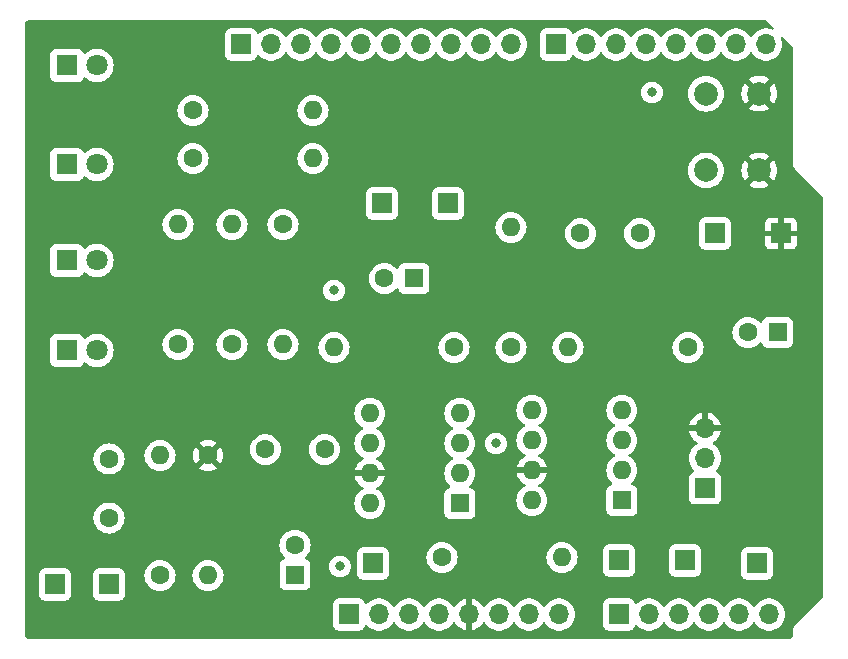
<source format=gbr>
%TF.GenerationSoftware,KiCad,Pcbnew,7.0.1*%
%TF.CreationDate,2023-05-02T20:05:28+02:00*%
%TF.ProjectId,Lab1_SDHD,4c616231-5f53-4444-9844-2e6b69636164,v 1.0*%
%TF.SameCoordinates,Original*%
%TF.FileFunction,Copper,L3,Inr*%
%TF.FilePolarity,Positive*%
%FSLAX46Y46*%
G04 Gerber Fmt 4.6, Leading zero omitted, Abs format (unit mm)*
G04 Created by KiCad (PCBNEW 7.0.1) date 2023-05-02 20:05:28*
%MOMM*%
%LPD*%
G01*
G04 APERTURE LIST*
%TA.AperFunction,ComponentPad*%
%ADD10R,1.600000X1.600000*%
%TD*%
%TA.AperFunction,ComponentPad*%
%ADD11C,1.600000*%
%TD*%
%TA.AperFunction,ComponentPad*%
%ADD12O,1.600000X1.600000*%
%TD*%
%TA.AperFunction,ComponentPad*%
%ADD13R,1.800000X1.800000*%
%TD*%
%TA.AperFunction,ComponentPad*%
%ADD14C,1.800000*%
%TD*%
%TA.AperFunction,ComponentPad*%
%ADD15R,1.700000X1.700000*%
%TD*%
%TA.AperFunction,ComponentPad*%
%ADD16O,1.700000X1.700000*%
%TD*%
%TA.AperFunction,ComponentPad*%
%ADD17C,2.000000*%
%TD*%
%TA.AperFunction,ViaPad*%
%ADD18C,0.800000*%
%TD*%
G04 APERTURE END LIST*
D10*
X133440380Y-69012000D03*
D11*
X130940380Y-69012000D03*
X107620000Y-84292000D03*
X107620000Y-89292000D03*
X141656000Y-74854000D03*
D12*
X141656000Y-64694000D03*
D11*
X113462000Y-74600000D03*
D12*
X113462000Y-64440000D03*
D13*
X104064000Y-50978000D03*
D14*
X106604000Y-50978000D03*
D15*
X103048000Y-94920000D03*
X158928000Y-65202000D03*
X107620000Y-94920000D03*
D11*
X114732000Y-54788000D03*
D12*
X124892000Y-54788000D03*
D15*
X136322000Y-62662000D03*
X129972000Y-93142000D03*
D11*
X116002000Y-83998000D03*
D12*
X116002000Y-94158000D03*
D10*
X123368000Y-94093113D03*
D11*
X123368000Y-91593113D03*
D10*
X137328000Y-88052000D03*
D12*
X137328000Y-85512000D03*
X137328000Y-82972000D03*
X137328000Y-80432000D03*
X129708000Y-80432000D03*
X129708000Y-82972000D03*
X129708000Y-85512000D03*
X129708000Y-88052000D03*
D11*
X122352000Y-64440000D03*
D12*
X122352000Y-74600000D03*
D11*
X156642000Y-74854000D03*
D12*
X146482000Y-74854000D03*
D11*
X152538000Y-65202000D03*
X147538000Y-65202000D03*
X135814000Y-92634000D03*
D12*
X145974000Y-92634000D03*
D13*
X104059000Y-67488000D03*
D14*
X106599000Y-67488000D03*
D15*
X158084000Y-86777000D03*
D16*
X158084000Y-84237000D03*
X158084000Y-81697000D03*
D10*
X164222000Y-73584000D03*
D11*
X161722000Y-73584000D03*
D15*
X150800000Y-92888000D03*
D17*
X162666000Y-53368000D03*
X162666000Y-59868000D03*
X158166000Y-53368000D03*
X158166000Y-59868000D03*
D15*
X162484000Y-93142000D03*
D11*
X136830000Y-74854000D03*
D12*
X126670000Y-74854000D03*
D10*
X151044000Y-87798000D03*
D12*
X151044000Y-85258000D03*
X151044000Y-82718000D03*
X151044000Y-80178000D03*
X143424000Y-80178000D03*
X143424000Y-82718000D03*
X143424000Y-85258000D03*
X143424000Y-87798000D03*
D15*
X130734000Y-62662000D03*
X156388000Y-92888000D03*
D11*
X111938000Y-94158000D03*
D12*
X111938000Y-83998000D03*
D11*
X118034000Y-74600000D03*
D12*
X118034000Y-64440000D03*
D13*
X104064000Y-75108000D03*
D14*
X106604000Y-75108000D03*
D11*
X114732000Y-58852000D03*
D12*
X124892000Y-58852000D03*
D15*
X164516000Y-65202000D03*
D11*
X125868000Y-83490000D03*
X120868000Y-83490000D03*
D13*
X104059000Y-59360000D03*
D14*
X106599000Y-59360000D03*
D15*
X127940000Y-97460000D03*
D16*
X130480000Y-97460000D03*
X133020000Y-97460000D03*
X135560000Y-97460000D03*
X138100000Y-97460000D03*
X140640000Y-97460000D03*
X143180000Y-97460000D03*
X145720000Y-97460000D03*
D15*
X150800000Y-97460000D03*
D16*
X153340000Y-97460000D03*
X155880000Y-97460000D03*
X158420000Y-97460000D03*
X160960000Y-97460000D03*
X163500000Y-97460000D03*
D15*
X118796000Y-49200000D03*
D16*
X121336000Y-49200000D03*
X123876000Y-49200000D03*
X126416000Y-49200000D03*
X128956000Y-49200000D03*
X131496000Y-49200000D03*
X134036000Y-49200000D03*
X136576000Y-49200000D03*
X139116000Y-49200000D03*
X141656000Y-49200000D03*
D15*
X145466000Y-49200000D03*
D16*
X148006000Y-49200000D03*
X150546000Y-49200000D03*
X153086000Y-49200000D03*
X155626000Y-49200000D03*
X158166000Y-49200000D03*
X160706000Y-49200000D03*
X163246000Y-49200000D03*
D18*
X127178000Y-93396000D03*
X140386000Y-82982000D03*
X126670000Y-70028000D03*
X153594000Y-53264000D03*
%TA.AperFunction,Conductor*%
G36*
X163288777Y-47169939D02*
G01*
X163329005Y-47196819D01*
X163856592Y-47724406D01*
X163889117Y-47781647D01*
X163887756Y-47847469D01*
X163852894Y-47903317D01*
X163794358Y-47933448D01*
X163728649Y-47929368D01*
X163580638Y-47878556D01*
X163358569Y-47841500D01*
X163133431Y-47841500D01*
X162911363Y-47878556D01*
X162698427Y-47951657D01*
X162500424Y-48058811D01*
X162322760Y-48197094D01*
X162170279Y-48362730D01*
X162079809Y-48501205D01*
X162035017Y-48542438D01*
X161976000Y-48557383D01*
X161916983Y-48542438D01*
X161872191Y-48501205D01*
X161852043Y-48470367D01*
X161781722Y-48362732D01*
X161629240Y-48197094D01*
X161451576Y-48058811D01*
X161253574Y-47951658D01*
X161253573Y-47951657D01*
X161253572Y-47951657D01*
X161040636Y-47878556D01*
X160818569Y-47841500D01*
X160593431Y-47841500D01*
X160371363Y-47878556D01*
X160158427Y-47951657D01*
X159960424Y-48058811D01*
X159782760Y-48197094D01*
X159630279Y-48362730D01*
X159539809Y-48501205D01*
X159495017Y-48542438D01*
X159436000Y-48557383D01*
X159376983Y-48542438D01*
X159332191Y-48501205D01*
X159312043Y-48470367D01*
X159241722Y-48362732D01*
X159089240Y-48197094D01*
X158911576Y-48058811D01*
X158713574Y-47951658D01*
X158713573Y-47951657D01*
X158713572Y-47951657D01*
X158500636Y-47878556D01*
X158278569Y-47841500D01*
X158053431Y-47841500D01*
X157831363Y-47878556D01*
X157618427Y-47951657D01*
X157420424Y-48058811D01*
X157242760Y-48197094D01*
X157090279Y-48362730D01*
X156999809Y-48501205D01*
X156955017Y-48542438D01*
X156896000Y-48557383D01*
X156836983Y-48542438D01*
X156792191Y-48501205D01*
X156772043Y-48470367D01*
X156701722Y-48362732D01*
X156549240Y-48197094D01*
X156371576Y-48058811D01*
X156173574Y-47951658D01*
X156173573Y-47951657D01*
X156173572Y-47951657D01*
X155960636Y-47878556D01*
X155738569Y-47841500D01*
X155513431Y-47841500D01*
X155291363Y-47878556D01*
X155078427Y-47951657D01*
X154880424Y-48058811D01*
X154702760Y-48197094D01*
X154550279Y-48362730D01*
X154459809Y-48501205D01*
X154415017Y-48542438D01*
X154356000Y-48557383D01*
X154296983Y-48542438D01*
X154252191Y-48501205D01*
X154232043Y-48470367D01*
X154161722Y-48362732D01*
X154009240Y-48197094D01*
X153831576Y-48058811D01*
X153633574Y-47951658D01*
X153633573Y-47951657D01*
X153633572Y-47951657D01*
X153420636Y-47878556D01*
X153198569Y-47841500D01*
X152973431Y-47841500D01*
X152751363Y-47878556D01*
X152538427Y-47951657D01*
X152340424Y-48058811D01*
X152162760Y-48197094D01*
X152010279Y-48362730D01*
X151919809Y-48501205D01*
X151875017Y-48542438D01*
X151816000Y-48557383D01*
X151756983Y-48542438D01*
X151712191Y-48501205D01*
X151692043Y-48470367D01*
X151621722Y-48362732D01*
X151469240Y-48197094D01*
X151291576Y-48058811D01*
X151093574Y-47951658D01*
X151093573Y-47951657D01*
X151093572Y-47951657D01*
X150880636Y-47878556D01*
X150658569Y-47841500D01*
X150433431Y-47841500D01*
X150211363Y-47878556D01*
X149998427Y-47951657D01*
X149800424Y-48058811D01*
X149622760Y-48197094D01*
X149470279Y-48362730D01*
X149379809Y-48501205D01*
X149335017Y-48542438D01*
X149276000Y-48557383D01*
X149216983Y-48542438D01*
X149172191Y-48501205D01*
X149152043Y-48470367D01*
X149081722Y-48362732D01*
X148929240Y-48197094D01*
X148751576Y-48058811D01*
X148553574Y-47951658D01*
X148553573Y-47951657D01*
X148553572Y-47951657D01*
X148340636Y-47878556D01*
X148118569Y-47841500D01*
X147893431Y-47841500D01*
X147671363Y-47878556D01*
X147458427Y-47951657D01*
X147260424Y-48058811D01*
X147082759Y-48197094D01*
X147019548Y-48265759D01*
X146966924Y-48299612D01*
X146904470Y-48303460D01*
X146848089Y-48276322D01*
X146812138Y-48225110D01*
X146787427Y-48158861D01*
X146766889Y-48103796D01*
X146733214Y-48058811D01*
X146679261Y-47986738D01*
X146562203Y-47899110D01*
X146425205Y-47848011D01*
X146394919Y-47844755D01*
X146364638Y-47841500D01*
X144567362Y-47841500D01*
X144540445Y-47844393D01*
X144506794Y-47848011D01*
X144369796Y-47899110D01*
X144252738Y-47986738D01*
X144165110Y-48103796D01*
X144114011Y-48240794D01*
X144110393Y-48274445D01*
X144107689Y-48299612D01*
X144107500Y-48301366D01*
X144107500Y-50098634D01*
X144114011Y-50159205D01*
X144165110Y-50296203D01*
X144252738Y-50413261D01*
X144369796Y-50500889D01*
X144506794Y-50551988D01*
X144506797Y-50551988D01*
X144506799Y-50551989D01*
X144567362Y-50558500D01*
X146364634Y-50558500D01*
X146364638Y-50558500D01*
X146425201Y-50551989D01*
X146425203Y-50551988D01*
X146425205Y-50551988D01*
X146513403Y-50519091D01*
X146562204Y-50500889D01*
X146679261Y-50413261D01*
X146766889Y-50296204D01*
X146812137Y-50174889D01*
X146848089Y-50123677D01*
X146904471Y-50096539D01*
X146966925Y-50100387D01*
X147019548Y-50134241D01*
X147056969Y-50174890D01*
X147082760Y-50202906D01*
X147260424Y-50341189D01*
X147458426Y-50448342D01*
X147671365Y-50521444D01*
X147893431Y-50558500D01*
X148118569Y-50558500D01*
X148340635Y-50521444D01*
X148553574Y-50448342D01*
X148751576Y-50341189D01*
X148929240Y-50202906D01*
X149081722Y-50037268D01*
X149172190Y-49898795D01*
X149216982Y-49857561D01*
X149276000Y-49842616D01*
X149335018Y-49857561D01*
X149379809Y-49898795D01*
X149465112Y-50029362D01*
X149470278Y-50037268D01*
X149622760Y-50202906D01*
X149800424Y-50341189D01*
X149998426Y-50448342D01*
X150211365Y-50521444D01*
X150433431Y-50558500D01*
X150658569Y-50558500D01*
X150880635Y-50521444D01*
X151093574Y-50448342D01*
X151291576Y-50341189D01*
X151469240Y-50202906D01*
X151621722Y-50037268D01*
X151712190Y-49898795D01*
X151756982Y-49857561D01*
X151816000Y-49842616D01*
X151875018Y-49857561D01*
X151919809Y-49898795D01*
X152005112Y-50029362D01*
X152010278Y-50037268D01*
X152162760Y-50202906D01*
X152340424Y-50341189D01*
X152538426Y-50448342D01*
X152751365Y-50521444D01*
X152973431Y-50558500D01*
X153198569Y-50558500D01*
X153420635Y-50521444D01*
X153633574Y-50448342D01*
X153831576Y-50341189D01*
X154009240Y-50202906D01*
X154161722Y-50037268D01*
X154252190Y-49898795D01*
X154296982Y-49857561D01*
X154356000Y-49842616D01*
X154415018Y-49857561D01*
X154459809Y-49898795D01*
X154545112Y-50029362D01*
X154550278Y-50037268D01*
X154702760Y-50202906D01*
X154880424Y-50341189D01*
X155078426Y-50448342D01*
X155291365Y-50521444D01*
X155513431Y-50558500D01*
X155738569Y-50558500D01*
X155960635Y-50521444D01*
X156173574Y-50448342D01*
X156371576Y-50341189D01*
X156549240Y-50202906D01*
X156701722Y-50037268D01*
X156792190Y-49898795D01*
X156836982Y-49857561D01*
X156896000Y-49842616D01*
X156955018Y-49857561D01*
X156999809Y-49898795D01*
X157085112Y-50029362D01*
X157090278Y-50037268D01*
X157242760Y-50202906D01*
X157420424Y-50341189D01*
X157618426Y-50448342D01*
X157831365Y-50521444D01*
X158053431Y-50558500D01*
X158278569Y-50558500D01*
X158500635Y-50521444D01*
X158713574Y-50448342D01*
X158911576Y-50341189D01*
X159089240Y-50202906D01*
X159241722Y-50037268D01*
X159332190Y-49898795D01*
X159376982Y-49857561D01*
X159436000Y-49842616D01*
X159495018Y-49857561D01*
X159539809Y-49898795D01*
X159625112Y-50029362D01*
X159630278Y-50037268D01*
X159782760Y-50202906D01*
X159960424Y-50341189D01*
X160158426Y-50448342D01*
X160371365Y-50521444D01*
X160593431Y-50558500D01*
X160818569Y-50558500D01*
X161040635Y-50521444D01*
X161253574Y-50448342D01*
X161451576Y-50341189D01*
X161629240Y-50202906D01*
X161781722Y-50037268D01*
X161872190Y-49898795D01*
X161916982Y-49857561D01*
X161976000Y-49842616D01*
X162035018Y-49857561D01*
X162079809Y-49898795D01*
X162165112Y-50029362D01*
X162170278Y-50037268D01*
X162322760Y-50202906D01*
X162500424Y-50341189D01*
X162698426Y-50448342D01*
X162911365Y-50521444D01*
X163133431Y-50558500D01*
X163358569Y-50558500D01*
X163580635Y-50521444D01*
X163793574Y-50448342D01*
X163991576Y-50341189D01*
X164169240Y-50202906D01*
X164321722Y-50037268D01*
X164444860Y-49848791D01*
X164535296Y-49642616D01*
X164590564Y-49424368D01*
X164609156Y-49200000D01*
X164590564Y-48975632D01*
X164535296Y-48757384D01*
X164523147Y-48729688D01*
X164513927Y-48662510D01*
X164541422Y-48600524D01*
X164597412Y-48562270D01*
X164665153Y-48559187D01*
X164724385Y-48592199D01*
X165503181Y-49370995D01*
X165530061Y-49411223D01*
X165539500Y-49458676D01*
X165539500Y-59292856D01*
X165536666Y-59319214D01*
X165535640Y-59323926D01*
X165539184Y-59373461D01*
X165539500Y-59382308D01*
X165539500Y-59395803D01*
X165541419Y-59409153D01*
X165542365Y-59417947D01*
X165545909Y-59467483D01*
X165547594Y-59472001D01*
X165554147Y-59497676D01*
X165554712Y-59501603D01*
X165554835Y-59502458D01*
X165575457Y-59547612D01*
X165578845Y-59555790D01*
X165596204Y-59602331D01*
X165599095Y-59606194D01*
X165612620Y-59628987D01*
X165614622Y-59633372D01*
X165614623Y-59633373D01*
X165647147Y-59670907D01*
X165652689Y-59677786D01*
X165660779Y-59688593D01*
X165670321Y-59698135D01*
X165676354Y-59704615D01*
X165708870Y-59742142D01*
X165712927Y-59744749D01*
X165733571Y-59761385D01*
X168043181Y-62070995D01*
X168070061Y-62111223D01*
X168079500Y-62158676D01*
X168079500Y-95931324D01*
X168070061Y-95978777D01*
X168043181Y-96019005D01*
X165733569Y-98328615D01*
X165712936Y-98345244D01*
X165708872Y-98347855D01*
X165676351Y-98385386D01*
X165670330Y-98391854D01*
X165660777Y-98401408D01*
X165652677Y-98412227D01*
X165647132Y-98419107D01*
X165614624Y-98456624D01*
X165612618Y-98461017D01*
X165599098Y-98483802D01*
X165596203Y-98487668D01*
X165578851Y-98534191D01*
X165575466Y-98542365D01*
X165554834Y-98587545D01*
X165554147Y-98592323D01*
X165547596Y-98617990D01*
X165545909Y-98622513D01*
X165542365Y-98672053D01*
X165541420Y-98680846D01*
X165539500Y-98694204D01*
X165539500Y-98707692D01*
X165539184Y-98716539D01*
X165535640Y-98766073D01*
X165536666Y-98770786D01*
X165539500Y-98797144D01*
X165539500Y-99228243D01*
X165537973Y-99247642D01*
X165529773Y-99299411D01*
X165517785Y-99336307D01*
X165498474Y-99374207D01*
X165475670Y-99405593D01*
X165445593Y-99435670D01*
X165414207Y-99458474D01*
X165376307Y-99477785D01*
X165339411Y-99489773D01*
X165309068Y-99494579D01*
X165287639Y-99497973D01*
X165268243Y-99499500D01*
X100771757Y-99499500D01*
X100752360Y-99497973D01*
X100718098Y-99492546D01*
X100700588Y-99489773D01*
X100663695Y-99477786D01*
X100625790Y-99458472D01*
X100594406Y-99435670D01*
X100564329Y-99405593D01*
X100541528Y-99374211D01*
X100522212Y-99336301D01*
X100510227Y-99299417D01*
X100502025Y-99247629D01*
X100500500Y-99228243D01*
X100500500Y-98358634D01*
X126581500Y-98358634D01*
X126588011Y-98419205D01*
X126639110Y-98556203D01*
X126726738Y-98673261D01*
X126843796Y-98760889D01*
X126980794Y-98811988D01*
X126980797Y-98811988D01*
X126980799Y-98811989D01*
X127041362Y-98818500D01*
X128838634Y-98818500D01*
X128838638Y-98818500D01*
X128899201Y-98811989D01*
X128899203Y-98811988D01*
X128899205Y-98811988D01*
X129022305Y-98766073D01*
X129036204Y-98760889D01*
X129153261Y-98673261D01*
X129240889Y-98556204D01*
X129286137Y-98434889D01*
X129322089Y-98383677D01*
X129378471Y-98356539D01*
X129440925Y-98360387D01*
X129493548Y-98394241D01*
X129555021Y-98461017D01*
X129556760Y-98462906D01*
X129734424Y-98601189D01*
X129932426Y-98708342D01*
X130145365Y-98781444D01*
X130367431Y-98818500D01*
X130592569Y-98818500D01*
X130814635Y-98781444D01*
X131027574Y-98708342D01*
X131225576Y-98601189D01*
X131403240Y-98462906D01*
X131555722Y-98297268D01*
X131646190Y-98158795D01*
X131690982Y-98117561D01*
X131750000Y-98102616D01*
X131809018Y-98117561D01*
X131853809Y-98158795D01*
X131944278Y-98297268D01*
X132096760Y-98462906D01*
X132274424Y-98601189D01*
X132472426Y-98708342D01*
X132685365Y-98781444D01*
X132907431Y-98818500D01*
X133132569Y-98818500D01*
X133354635Y-98781444D01*
X133567574Y-98708342D01*
X133765576Y-98601189D01*
X133943240Y-98462906D01*
X134095722Y-98297268D01*
X134186190Y-98158795D01*
X134230982Y-98117561D01*
X134290000Y-98102616D01*
X134349018Y-98117561D01*
X134393809Y-98158795D01*
X134484278Y-98297268D01*
X134636760Y-98462906D01*
X134814424Y-98601189D01*
X135012426Y-98708342D01*
X135225365Y-98781444D01*
X135447431Y-98818500D01*
X135672569Y-98818500D01*
X135894635Y-98781444D01*
X136107574Y-98708342D01*
X136305576Y-98601189D01*
X136483240Y-98462906D01*
X136635722Y-98297268D01*
X136729748Y-98153349D01*
X136773663Y-98112595D01*
X136831562Y-98097188D01*
X136889926Y-98110726D01*
X136935131Y-98150048D01*
X137061892Y-98331080D01*
X137228918Y-98498106D01*
X137422423Y-98633600D01*
X137636507Y-98733430D01*
X137849999Y-98790635D01*
X137850000Y-98790636D01*
X137850000Y-98790635D01*
X138350000Y-98790635D01*
X138563492Y-98733430D01*
X138777576Y-98633600D01*
X138971081Y-98498106D01*
X139138106Y-98331081D01*
X139264868Y-98150048D01*
X139310072Y-98110726D01*
X139368436Y-98097188D01*
X139426335Y-98112595D01*
X139470252Y-98153351D01*
X139564276Y-98297267D01*
X139643824Y-98383677D01*
X139716760Y-98462906D01*
X139894424Y-98601189D01*
X140092426Y-98708342D01*
X140305365Y-98781444D01*
X140527431Y-98818500D01*
X140752569Y-98818500D01*
X140974635Y-98781444D01*
X141187574Y-98708342D01*
X141385576Y-98601189D01*
X141563240Y-98462906D01*
X141715722Y-98297268D01*
X141806190Y-98158795D01*
X141850982Y-98117561D01*
X141910000Y-98102616D01*
X141969018Y-98117561D01*
X142013809Y-98158795D01*
X142104278Y-98297268D01*
X142256760Y-98462906D01*
X142434424Y-98601189D01*
X142632426Y-98708342D01*
X142845365Y-98781444D01*
X143067431Y-98818500D01*
X143292569Y-98818500D01*
X143514635Y-98781444D01*
X143727574Y-98708342D01*
X143925576Y-98601189D01*
X144103240Y-98462906D01*
X144255722Y-98297268D01*
X144346190Y-98158795D01*
X144390982Y-98117561D01*
X144450000Y-98102616D01*
X144509018Y-98117561D01*
X144553809Y-98158795D01*
X144644278Y-98297268D01*
X144796760Y-98462906D01*
X144974424Y-98601189D01*
X145172426Y-98708342D01*
X145385365Y-98781444D01*
X145607431Y-98818500D01*
X145832569Y-98818500D01*
X146054635Y-98781444D01*
X146267574Y-98708342D01*
X146465576Y-98601189D01*
X146643240Y-98462906D01*
X146739230Y-98358634D01*
X149441500Y-98358634D01*
X149448011Y-98419205D01*
X149499110Y-98556203D01*
X149586738Y-98673261D01*
X149703796Y-98760889D01*
X149840794Y-98811988D01*
X149840797Y-98811988D01*
X149840799Y-98811989D01*
X149901362Y-98818500D01*
X151698634Y-98818500D01*
X151698638Y-98818500D01*
X151759201Y-98811989D01*
X151759203Y-98811988D01*
X151759205Y-98811988D01*
X151882305Y-98766073D01*
X151896204Y-98760889D01*
X152013261Y-98673261D01*
X152100889Y-98556204D01*
X152146137Y-98434889D01*
X152182089Y-98383677D01*
X152238471Y-98356539D01*
X152300925Y-98360387D01*
X152353548Y-98394241D01*
X152415021Y-98461017D01*
X152416760Y-98462906D01*
X152594424Y-98601189D01*
X152792426Y-98708342D01*
X153005365Y-98781444D01*
X153227431Y-98818500D01*
X153452569Y-98818500D01*
X153674635Y-98781444D01*
X153887574Y-98708342D01*
X154085576Y-98601189D01*
X154263240Y-98462906D01*
X154415722Y-98297268D01*
X154506190Y-98158795D01*
X154550982Y-98117561D01*
X154610000Y-98102616D01*
X154669018Y-98117561D01*
X154713809Y-98158795D01*
X154804278Y-98297268D01*
X154956760Y-98462906D01*
X155134424Y-98601189D01*
X155332426Y-98708342D01*
X155545365Y-98781444D01*
X155767431Y-98818500D01*
X155992569Y-98818500D01*
X156214635Y-98781444D01*
X156427574Y-98708342D01*
X156625576Y-98601189D01*
X156803240Y-98462906D01*
X156955722Y-98297268D01*
X157046190Y-98158795D01*
X157090982Y-98117561D01*
X157150000Y-98102616D01*
X157209018Y-98117561D01*
X157253809Y-98158795D01*
X157344278Y-98297268D01*
X157496760Y-98462906D01*
X157674424Y-98601189D01*
X157872426Y-98708342D01*
X158085365Y-98781444D01*
X158307431Y-98818500D01*
X158532569Y-98818500D01*
X158754635Y-98781444D01*
X158967574Y-98708342D01*
X159165576Y-98601189D01*
X159343240Y-98462906D01*
X159495722Y-98297268D01*
X159586190Y-98158795D01*
X159630982Y-98117561D01*
X159690000Y-98102616D01*
X159749018Y-98117561D01*
X159793809Y-98158795D01*
X159884278Y-98297268D01*
X160036760Y-98462906D01*
X160214424Y-98601189D01*
X160412426Y-98708342D01*
X160625365Y-98781444D01*
X160847431Y-98818500D01*
X161072569Y-98818500D01*
X161294635Y-98781444D01*
X161507574Y-98708342D01*
X161705576Y-98601189D01*
X161883240Y-98462906D01*
X162035722Y-98297268D01*
X162126190Y-98158795D01*
X162170982Y-98117561D01*
X162230000Y-98102616D01*
X162289018Y-98117561D01*
X162333809Y-98158795D01*
X162424278Y-98297268D01*
X162576760Y-98462906D01*
X162754424Y-98601189D01*
X162952426Y-98708342D01*
X163165365Y-98781444D01*
X163387431Y-98818500D01*
X163612569Y-98818500D01*
X163834635Y-98781444D01*
X164047574Y-98708342D01*
X164245576Y-98601189D01*
X164423240Y-98462906D01*
X164575722Y-98297268D01*
X164698860Y-98108791D01*
X164789296Y-97902616D01*
X164844564Y-97684368D01*
X164863156Y-97460000D01*
X164844564Y-97235632D01*
X164789296Y-97017384D01*
X164698860Y-96811209D01*
X164575722Y-96622732D01*
X164423240Y-96457094D01*
X164245576Y-96318811D01*
X164047574Y-96211658D01*
X164047573Y-96211657D01*
X164047572Y-96211657D01*
X163834636Y-96138556D01*
X163612569Y-96101500D01*
X163387431Y-96101500D01*
X163165363Y-96138556D01*
X162952427Y-96211657D01*
X162754424Y-96318811D01*
X162576760Y-96457094D01*
X162424279Y-96622730D01*
X162333809Y-96761205D01*
X162289017Y-96802438D01*
X162230000Y-96817383D01*
X162170983Y-96802438D01*
X162126191Y-96761205D01*
X162035723Y-96622734D01*
X162035722Y-96622732D01*
X161883240Y-96457094D01*
X161705576Y-96318811D01*
X161507574Y-96211658D01*
X161507573Y-96211657D01*
X161507572Y-96211657D01*
X161294636Y-96138556D01*
X161072569Y-96101500D01*
X160847431Y-96101500D01*
X160625363Y-96138556D01*
X160412427Y-96211657D01*
X160214424Y-96318811D01*
X160036760Y-96457094D01*
X159884279Y-96622730D01*
X159793809Y-96761205D01*
X159749017Y-96802438D01*
X159690000Y-96817383D01*
X159630983Y-96802438D01*
X159586191Y-96761205D01*
X159495723Y-96622734D01*
X159495722Y-96622732D01*
X159343240Y-96457094D01*
X159165576Y-96318811D01*
X158967574Y-96211658D01*
X158967573Y-96211657D01*
X158967572Y-96211657D01*
X158754636Y-96138556D01*
X158532569Y-96101500D01*
X158307431Y-96101500D01*
X158085363Y-96138556D01*
X157872427Y-96211657D01*
X157674424Y-96318811D01*
X157496760Y-96457094D01*
X157344279Y-96622730D01*
X157253809Y-96761205D01*
X157209017Y-96802438D01*
X157150000Y-96817383D01*
X157090983Y-96802438D01*
X157046191Y-96761205D01*
X156955723Y-96622734D01*
X156955722Y-96622732D01*
X156803240Y-96457094D01*
X156625576Y-96318811D01*
X156427574Y-96211658D01*
X156427573Y-96211657D01*
X156427572Y-96211657D01*
X156214636Y-96138556D01*
X155992569Y-96101500D01*
X155767431Y-96101500D01*
X155545363Y-96138556D01*
X155332427Y-96211657D01*
X155134424Y-96318811D01*
X154956760Y-96457094D01*
X154804279Y-96622730D01*
X154713809Y-96761205D01*
X154669017Y-96802438D01*
X154610000Y-96817383D01*
X154550983Y-96802438D01*
X154506191Y-96761205D01*
X154415723Y-96622734D01*
X154415722Y-96622732D01*
X154263240Y-96457094D01*
X154085576Y-96318811D01*
X153887574Y-96211658D01*
X153887573Y-96211657D01*
X153887572Y-96211657D01*
X153674636Y-96138556D01*
X153452569Y-96101500D01*
X153227431Y-96101500D01*
X153005363Y-96138556D01*
X152792427Y-96211657D01*
X152594424Y-96318811D01*
X152416759Y-96457094D01*
X152353548Y-96525759D01*
X152300924Y-96559612D01*
X152238470Y-96563460D01*
X152182089Y-96536322D01*
X152146138Y-96485110D01*
X152107552Y-96381660D01*
X152100889Y-96363796D01*
X152042951Y-96286400D01*
X152013261Y-96246738D01*
X151896203Y-96159110D01*
X151759205Y-96108011D01*
X151728919Y-96104755D01*
X151698638Y-96101500D01*
X149901362Y-96101500D01*
X149874445Y-96104393D01*
X149840794Y-96108011D01*
X149703796Y-96159110D01*
X149586738Y-96246738D01*
X149499110Y-96363796D01*
X149448011Y-96500794D01*
X149444735Y-96531267D01*
X149441689Y-96559612D01*
X149441500Y-96561366D01*
X149441500Y-98358634D01*
X146739230Y-98358634D01*
X146795722Y-98297268D01*
X146918860Y-98108791D01*
X147009296Y-97902616D01*
X147064564Y-97684368D01*
X147083156Y-97460000D01*
X147064564Y-97235632D01*
X147009296Y-97017384D01*
X146918860Y-96811209D01*
X146795722Y-96622732D01*
X146643240Y-96457094D01*
X146465576Y-96318811D01*
X146267574Y-96211658D01*
X146267573Y-96211657D01*
X146267572Y-96211657D01*
X146054636Y-96138556D01*
X145832569Y-96101500D01*
X145607431Y-96101500D01*
X145385363Y-96138556D01*
X145172427Y-96211657D01*
X144974424Y-96318811D01*
X144796760Y-96457094D01*
X144644279Y-96622730D01*
X144553809Y-96761205D01*
X144509017Y-96802438D01*
X144450000Y-96817383D01*
X144390983Y-96802438D01*
X144346191Y-96761205D01*
X144255723Y-96622734D01*
X144255722Y-96622732D01*
X144103240Y-96457094D01*
X143925576Y-96318811D01*
X143727574Y-96211658D01*
X143727573Y-96211657D01*
X143727572Y-96211657D01*
X143514636Y-96138556D01*
X143292569Y-96101500D01*
X143067431Y-96101500D01*
X142845363Y-96138556D01*
X142632427Y-96211657D01*
X142434424Y-96318811D01*
X142256760Y-96457094D01*
X142104279Y-96622730D01*
X142013809Y-96761205D01*
X141969017Y-96802438D01*
X141910000Y-96817383D01*
X141850983Y-96802438D01*
X141806191Y-96761205D01*
X141715723Y-96622734D01*
X141715722Y-96622732D01*
X141563240Y-96457094D01*
X141385576Y-96318811D01*
X141187574Y-96211658D01*
X141187573Y-96211657D01*
X141187572Y-96211657D01*
X140974636Y-96138556D01*
X140752569Y-96101500D01*
X140527431Y-96101500D01*
X140305363Y-96138556D01*
X140092427Y-96211657D01*
X139894424Y-96318811D01*
X139716760Y-96457094D01*
X139564275Y-96622734D01*
X139470250Y-96766650D01*
X139426334Y-96807405D01*
X139368435Y-96822812D01*
X139310071Y-96809274D01*
X139264867Y-96769951D01*
X139138109Y-96588921D01*
X138971081Y-96421893D01*
X138777576Y-96286399D01*
X138563492Y-96186569D01*
X138350000Y-96129364D01*
X138350000Y-98790635D01*
X137850000Y-98790635D01*
X137850000Y-96129364D01*
X137849999Y-96129364D01*
X137636507Y-96186569D01*
X137422421Y-96286400D01*
X137228921Y-96421890D01*
X137061893Y-96588918D01*
X136935132Y-96769952D01*
X136889928Y-96809274D01*
X136831564Y-96822812D01*
X136773665Y-96807405D01*
X136729748Y-96766649D01*
X136635723Y-96622732D01*
X136526646Y-96504245D01*
X136483240Y-96457094D01*
X136305576Y-96318811D01*
X136107574Y-96211658D01*
X136107573Y-96211657D01*
X136107572Y-96211657D01*
X135894636Y-96138556D01*
X135672569Y-96101500D01*
X135447431Y-96101500D01*
X135225363Y-96138556D01*
X135012427Y-96211657D01*
X134814424Y-96318811D01*
X134636760Y-96457094D01*
X134484279Y-96622730D01*
X134393809Y-96761205D01*
X134349017Y-96802438D01*
X134290000Y-96817383D01*
X134230983Y-96802438D01*
X134186191Y-96761205D01*
X134095723Y-96622734D01*
X134095722Y-96622732D01*
X133943240Y-96457094D01*
X133765576Y-96318811D01*
X133567574Y-96211658D01*
X133567573Y-96211657D01*
X133567572Y-96211657D01*
X133354636Y-96138556D01*
X133132569Y-96101500D01*
X132907431Y-96101500D01*
X132685363Y-96138556D01*
X132472427Y-96211657D01*
X132274424Y-96318811D01*
X132096760Y-96457094D01*
X131944279Y-96622730D01*
X131853809Y-96761205D01*
X131809017Y-96802438D01*
X131750000Y-96817383D01*
X131690983Y-96802438D01*
X131646191Y-96761205D01*
X131555723Y-96622734D01*
X131555722Y-96622732D01*
X131403240Y-96457094D01*
X131225576Y-96318811D01*
X131027574Y-96211658D01*
X131027573Y-96211657D01*
X131027572Y-96211657D01*
X130814636Y-96138556D01*
X130592569Y-96101500D01*
X130367431Y-96101500D01*
X130145363Y-96138556D01*
X129932427Y-96211657D01*
X129734424Y-96318811D01*
X129556759Y-96457094D01*
X129493548Y-96525759D01*
X129440924Y-96559612D01*
X129378470Y-96563460D01*
X129322089Y-96536322D01*
X129286138Y-96485110D01*
X129247552Y-96381660D01*
X129240889Y-96363796D01*
X129182951Y-96286400D01*
X129153261Y-96246738D01*
X129036203Y-96159110D01*
X128899205Y-96108011D01*
X128868919Y-96104755D01*
X128838638Y-96101500D01*
X127041362Y-96101500D01*
X127014445Y-96104393D01*
X126980794Y-96108011D01*
X126843796Y-96159110D01*
X126726738Y-96246738D01*
X126639110Y-96363796D01*
X126588011Y-96500794D01*
X126584735Y-96531267D01*
X126581689Y-96559612D01*
X126581500Y-96561366D01*
X126581500Y-98358634D01*
X100500500Y-98358634D01*
X100500500Y-95818634D01*
X101689500Y-95818634D01*
X101696011Y-95879205D01*
X101747110Y-96016203D01*
X101834738Y-96133261D01*
X101951796Y-96220889D01*
X102088794Y-96271988D01*
X102088797Y-96271988D01*
X102088799Y-96271989D01*
X102149362Y-96278500D01*
X103946634Y-96278500D01*
X103946638Y-96278500D01*
X104007201Y-96271989D01*
X104007203Y-96271988D01*
X104007205Y-96271988D01*
X104085124Y-96242924D01*
X104144204Y-96220889D01*
X104261261Y-96133261D01*
X104348889Y-96016204D01*
X104399989Y-95879201D01*
X104406500Y-95818638D01*
X104406500Y-95818634D01*
X106261500Y-95818634D01*
X106268011Y-95879205D01*
X106319110Y-96016203D01*
X106406738Y-96133261D01*
X106523796Y-96220889D01*
X106660794Y-96271988D01*
X106660797Y-96271988D01*
X106660799Y-96271989D01*
X106721362Y-96278500D01*
X108518634Y-96278500D01*
X108518638Y-96278500D01*
X108579201Y-96271989D01*
X108579203Y-96271988D01*
X108579205Y-96271988D01*
X108657124Y-96242924D01*
X108716204Y-96220889D01*
X108833261Y-96133261D01*
X108920889Y-96016204D01*
X108971989Y-95879201D01*
X108978500Y-95818638D01*
X108978500Y-94157999D01*
X110624501Y-94157999D01*
X110644456Y-94386084D01*
X110703717Y-94607246D01*
X110800474Y-94814744D01*
X110800476Y-94814746D01*
X110800477Y-94814749D01*
X110931802Y-95002300D01*
X111093700Y-95164198D01*
X111281251Y-95295523D01*
X111488757Y-95392284D01*
X111709913Y-95451543D01*
X111938000Y-95471498D01*
X112166087Y-95451543D01*
X112387243Y-95392284D01*
X112594749Y-95295523D01*
X112782300Y-95164198D01*
X112944198Y-95002300D01*
X113075523Y-94814749D01*
X113172284Y-94607243D01*
X113231543Y-94386087D01*
X113251498Y-94158000D01*
X113251498Y-94157999D01*
X114688501Y-94157999D01*
X114708456Y-94386084D01*
X114767717Y-94607246D01*
X114864474Y-94814744D01*
X114864476Y-94814746D01*
X114864477Y-94814749D01*
X114995802Y-95002300D01*
X115157700Y-95164198D01*
X115345251Y-95295523D01*
X115552757Y-95392284D01*
X115773913Y-95451543D01*
X116002000Y-95471498D01*
X116230087Y-95451543D01*
X116451243Y-95392284D01*
X116658749Y-95295523D01*
X116846300Y-95164198D01*
X117008198Y-95002300D01*
X117139523Y-94814749D01*
X117236284Y-94607243D01*
X117295543Y-94386087D01*
X117315498Y-94158000D01*
X117295543Y-93929913D01*
X117236284Y-93708757D01*
X117179008Y-93585928D01*
X117139525Y-93501255D01*
X117139524Y-93501254D01*
X117139523Y-93501251D01*
X117008198Y-93313700D01*
X116846300Y-93151802D01*
X116658749Y-93020477D01*
X116658746Y-93020476D01*
X116658744Y-93020474D01*
X116451246Y-92923717D01*
X116451243Y-92923716D01*
X116340665Y-92894086D01*
X116230084Y-92864456D01*
X116002000Y-92844501D01*
X115773915Y-92864456D01*
X115552753Y-92923717D01*
X115345255Y-93020474D01*
X115157696Y-93151805D01*
X114995805Y-93313696D01*
X114864474Y-93501255D01*
X114767717Y-93708753D01*
X114708456Y-93929915D01*
X114688501Y-94157999D01*
X113251498Y-94157999D01*
X113231543Y-93929913D01*
X113172284Y-93708757D01*
X113115008Y-93585928D01*
X113075525Y-93501255D01*
X113075524Y-93501254D01*
X113075523Y-93501251D01*
X112944198Y-93313700D01*
X112782300Y-93151802D01*
X112594749Y-93020477D01*
X112594746Y-93020476D01*
X112594744Y-93020474D01*
X112387246Y-92923717D01*
X112387243Y-92923716D01*
X112276665Y-92894086D01*
X112166084Y-92864456D01*
X111938000Y-92844501D01*
X111709915Y-92864456D01*
X111488753Y-92923717D01*
X111281255Y-93020474D01*
X111093696Y-93151805D01*
X110931805Y-93313696D01*
X110800474Y-93501255D01*
X110703717Y-93708753D01*
X110644456Y-93929915D01*
X110624501Y-94157999D01*
X108978500Y-94157999D01*
X108978500Y-94021362D01*
X108971989Y-93960799D01*
X108971988Y-93960797D01*
X108971988Y-93960794D01*
X108920889Y-93823796D01*
X108833261Y-93706738D01*
X108716203Y-93619110D01*
X108579205Y-93568011D01*
X108548919Y-93564755D01*
X108518638Y-93561500D01*
X106721362Y-93561500D01*
X106694445Y-93564393D01*
X106660794Y-93568011D01*
X106523796Y-93619110D01*
X106406738Y-93706738D01*
X106319110Y-93823796D01*
X106268011Y-93960794D01*
X106261500Y-94021366D01*
X106261500Y-95818634D01*
X104406500Y-95818634D01*
X104406500Y-94021362D01*
X104399989Y-93960799D01*
X104399988Y-93960797D01*
X104399988Y-93960794D01*
X104348889Y-93823796D01*
X104261261Y-93706738D01*
X104144203Y-93619110D01*
X104007205Y-93568011D01*
X103976919Y-93564755D01*
X103946638Y-93561500D01*
X102149362Y-93561500D01*
X102122445Y-93564393D01*
X102088794Y-93568011D01*
X101951796Y-93619110D01*
X101834738Y-93706738D01*
X101747110Y-93823796D01*
X101696011Y-93960794D01*
X101689500Y-94021366D01*
X101689500Y-95818634D01*
X100500500Y-95818634D01*
X100500500Y-91593113D01*
X122054501Y-91593113D01*
X122074456Y-91821197D01*
X122133717Y-92042359D01*
X122230474Y-92249857D01*
X122230476Y-92249859D01*
X122230477Y-92249862D01*
X122361802Y-92437413D01*
X122361805Y-92437416D01*
X122509339Y-92584950D01*
X122540635Y-92637696D01*
X122542824Y-92698988D01*
X122515372Y-92753833D01*
X122464993Y-92788812D01*
X122321796Y-92842223D01*
X122204738Y-92929851D01*
X122117110Y-93046909D01*
X122066011Y-93183907D01*
X122059500Y-93244479D01*
X122059500Y-94941747D01*
X122066011Y-95002318D01*
X122117110Y-95139316D01*
X122204738Y-95256374D01*
X122321796Y-95344002D01*
X122458794Y-95395101D01*
X122458797Y-95395101D01*
X122458799Y-95395102D01*
X122519362Y-95401613D01*
X124216634Y-95401613D01*
X124216638Y-95401613D01*
X124277201Y-95395102D01*
X124277203Y-95395101D01*
X124277205Y-95395101D01*
X124355124Y-95366037D01*
X124414204Y-95344002D01*
X124531261Y-95256374D01*
X124618889Y-95139317D01*
X124669989Y-95002314D01*
X124676500Y-94941751D01*
X124676500Y-93395999D01*
X126264496Y-93395999D01*
X126284458Y-93585929D01*
X126343472Y-93767556D01*
X126438957Y-93932941D01*
X126438960Y-93932944D01*
X126566747Y-94074866D01*
X126681171Y-94158000D01*
X126721248Y-94187118D01*
X126895714Y-94264795D01*
X127082511Y-94304500D01*
X127082513Y-94304500D01*
X127273487Y-94304500D01*
X127273489Y-94304500D01*
X127460285Y-94264795D01*
X127460286Y-94264794D01*
X127460288Y-94264794D01*
X127634752Y-94187118D01*
X127789253Y-94074866D01*
X127820076Y-94040634D01*
X128613500Y-94040634D01*
X128620011Y-94101205D01*
X128671110Y-94238203D01*
X128758738Y-94355261D01*
X128875796Y-94442889D01*
X129012794Y-94493988D01*
X129012797Y-94493988D01*
X129012799Y-94493989D01*
X129073362Y-94500500D01*
X130870634Y-94500500D01*
X130870638Y-94500500D01*
X130931201Y-94493989D01*
X130931203Y-94493988D01*
X130931205Y-94493988D01*
X131009124Y-94464924D01*
X131068204Y-94442889D01*
X131185261Y-94355261D01*
X131272889Y-94238204D01*
X131323989Y-94101201D01*
X131330500Y-94040638D01*
X131330500Y-92634000D01*
X134500501Y-92634000D01*
X134520456Y-92862084D01*
X134536971Y-92923717D01*
X134563960Y-93024443D01*
X134579717Y-93083246D01*
X134676474Y-93290744D01*
X134676476Y-93290746D01*
X134676477Y-93290749D01*
X134807802Y-93478300D01*
X134969700Y-93640198D01*
X135157251Y-93771523D01*
X135364757Y-93868284D01*
X135585913Y-93927543D01*
X135814000Y-93947498D01*
X136042087Y-93927543D01*
X136263243Y-93868284D01*
X136470749Y-93771523D01*
X136658300Y-93640198D01*
X136820198Y-93478300D01*
X136951523Y-93290749D01*
X137048284Y-93083243D01*
X137107543Y-92862087D01*
X137127498Y-92634000D01*
X144660501Y-92634000D01*
X144680456Y-92862084D01*
X144696971Y-92923717D01*
X144723960Y-93024443D01*
X144739717Y-93083246D01*
X144836474Y-93290744D01*
X144836476Y-93290746D01*
X144836477Y-93290749D01*
X144967802Y-93478300D01*
X145129700Y-93640198D01*
X145317251Y-93771523D01*
X145524757Y-93868284D01*
X145745913Y-93927543D01*
X145974000Y-93947498D01*
X146202087Y-93927543D01*
X146423243Y-93868284D01*
X146598343Y-93786634D01*
X149441500Y-93786634D01*
X149448011Y-93847205D01*
X149499110Y-93984203D01*
X149586738Y-94101261D01*
X149703796Y-94188889D01*
X149840794Y-94239988D01*
X149840797Y-94239988D01*
X149840799Y-94239989D01*
X149901362Y-94246500D01*
X151698634Y-94246500D01*
X151698638Y-94246500D01*
X151759201Y-94239989D01*
X151759203Y-94239988D01*
X151759205Y-94239988D01*
X151837124Y-94210924D01*
X151896204Y-94188889D01*
X152013261Y-94101261D01*
X152100889Y-93984204D01*
X152122924Y-93925124D01*
X152151988Y-93847205D01*
X152151988Y-93847203D01*
X152151989Y-93847201D01*
X152158500Y-93786638D01*
X152158500Y-93786634D01*
X155029500Y-93786634D01*
X155036011Y-93847205D01*
X155087110Y-93984203D01*
X155174738Y-94101261D01*
X155291796Y-94188889D01*
X155428794Y-94239988D01*
X155428797Y-94239988D01*
X155428799Y-94239989D01*
X155489362Y-94246500D01*
X157286634Y-94246500D01*
X157286638Y-94246500D01*
X157347201Y-94239989D01*
X157347203Y-94239988D01*
X157347205Y-94239988D01*
X157425124Y-94210924D01*
X157484204Y-94188889D01*
X157601261Y-94101261D01*
X157646646Y-94040634D01*
X161125500Y-94040634D01*
X161132011Y-94101205D01*
X161183110Y-94238203D01*
X161270738Y-94355261D01*
X161387796Y-94442889D01*
X161524794Y-94493988D01*
X161524797Y-94493988D01*
X161524799Y-94493989D01*
X161585362Y-94500500D01*
X163382634Y-94500500D01*
X163382638Y-94500500D01*
X163443201Y-94493989D01*
X163443203Y-94493988D01*
X163443205Y-94493988D01*
X163521124Y-94464924D01*
X163580204Y-94442889D01*
X163697261Y-94355261D01*
X163784889Y-94238204D01*
X163835989Y-94101201D01*
X163842500Y-94040638D01*
X163842500Y-92243362D01*
X163835989Y-92182799D01*
X163835988Y-92182797D01*
X163835988Y-92182794D01*
X163784889Y-92045796D01*
X163697261Y-91928738D01*
X163580203Y-91841110D01*
X163443205Y-91790011D01*
X163412919Y-91786755D01*
X163382638Y-91783500D01*
X161585362Y-91783500D01*
X161558445Y-91786393D01*
X161524794Y-91790011D01*
X161387796Y-91841110D01*
X161270738Y-91928738D01*
X161183110Y-92045796D01*
X161132011Y-92182794D01*
X161125500Y-92243366D01*
X161125500Y-94040634D01*
X157646646Y-94040634D01*
X157688889Y-93984204D01*
X157710924Y-93925124D01*
X157739988Y-93847205D01*
X157739988Y-93847203D01*
X157739989Y-93847201D01*
X157746500Y-93786638D01*
X157746500Y-91989362D01*
X157739989Y-91928799D01*
X157739988Y-91928797D01*
X157739988Y-91928794D01*
X157688889Y-91791796D01*
X157601261Y-91674738D01*
X157484203Y-91587110D01*
X157347205Y-91536011D01*
X157316919Y-91532755D01*
X157286638Y-91529500D01*
X155489362Y-91529500D01*
X155462445Y-91532393D01*
X155428794Y-91536011D01*
X155291796Y-91587110D01*
X155174738Y-91674738D01*
X155087110Y-91791796D01*
X155036011Y-91928794D01*
X155029500Y-91989366D01*
X155029500Y-93786634D01*
X152158500Y-93786634D01*
X152158500Y-91989362D01*
X152151989Y-91928799D01*
X152151988Y-91928797D01*
X152151988Y-91928794D01*
X152100889Y-91791796D01*
X152013261Y-91674738D01*
X151896203Y-91587110D01*
X151759205Y-91536011D01*
X151728919Y-91532755D01*
X151698638Y-91529500D01*
X149901362Y-91529500D01*
X149874445Y-91532393D01*
X149840794Y-91536011D01*
X149703796Y-91587110D01*
X149586738Y-91674738D01*
X149499110Y-91791796D01*
X149448011Y-91928794D01*
X149441500Y-91989366D01*
X149441500Y-93786634D01*
X146598343Y-93786634D01*
X146630749Y-93771523D01*
X146818300Y-93640198D01*
X146980198Y-93478300D01*
X147111523Y-93290749D01*
X147208284Y-93083243D01*
X147267543Y-92862087D01*
X147287498Y-92634000D01*
X147267543Y-92405913D01*
X147208284Y-92184757D01*
X147117172Y-91989366D01*
X147111525Y-91977255D01*
X147111524Y-91977254D01*
X147111523Y-91977251D01*
X146980198Y-91789700D01*
X146818300Y-91627802D01*
X146630749Y-91496477D01*
X146630746Y-91496476D01*
X146630744Y-91496474D01*
X146423246Y-91399717D01*
X146423243Y-91399716D01*
X146293779Y-91365026D01*
X146202084Y-91340456D01*
X145973999Y-91320501D01*
X145745915Y-91340456D01*
X145524753Y-91399717D01*
X145317255Y-91496474D01*
X145129696Y-91627805D01*
X144967805Y-91789696D01*
X144967802Y-91789699D01*
X144967802Y-91789700D01*
X144931804Y-91841110D01*
X144836474Y-91977255D01*
X144739717Y-92184753D01*
X144680456Y-92405915D01*
X144660501Y-92634000D01*
X137127498Y-92634000D01*
X137107543Y-92405913D01*
X137048284Y-92184757D01*
X136957172Y-91989366D01*
X136951525Y-91977255D01*
X136951524Y-91977254D01*
X136951523Y-91977251D01*
X136820198Y-91789700D01*
X136658300Y-91627802D01*
X136470749Y-91496477D01*
X136470746Y-91496476D01*
X136470744Y-91496474D01*
X136263246Y-91399717D01*
X136263243Y-91399716D01*
X136133779Y-91365026D01*
X136042084Y-91340456D01*
X135813999Y-91320501D01*
X135585915Y-91340456D01*
X135364753Y-91399717D01*
X135157255Y-91496474D01*
X134969696Y-91627805D01*
X134807805Y-91789696D01*
X134807802Y-91789699D01*
X134807802Y-91789700D01*
X134771804Y-91841110D01*
X134676474Y-91977255D01*
X134579717Y-92184753D01*
X134520456Y-92405915D01*
X134500501Y-92634000D01*
X131330500Y-92634000D01*
X131330500Y-92243362D01*
X131323989Y-92182799D01*
X131323988Y-92182797D01*
X131323988Y-92182794D01*
X131272889Y-92045796D01*
X131185261Y-91928738D01*
X131068203Y-91841110D01*
X130931205Y-91790011D01*
X130900919Y-91786755D01*
X130870638Y-91783500D01*
X129073362Y-91783500D01*
X129046445Y-91786393D01*
X129012794Y-91790011D01*
X128875796Y-91841110D01*
X128758738Y-91928738D01*
X128671110Y-92045796D01*
X128620011Y-92182794D01*
X128613500Y-92243366D01*
X128613500Y-94040634D01*
X127820076Y-94040634D01*
X127917040Y-93932944D01*
X127920159Y-93927543D01*
X128012527Y-93767556D01*
X128053908Y-93640198D01*
X128071542Y-93585928D01*
X128091504Y-93396000D01*
X128071542Y-93206072D01*
X128031632Y-93083243D01*
X128012527Y-93024443D01*
X127917042Y-92859058D01*
X127897442Y-92837291D01*
X127789253Y-92717134D01*
X127634752Y-92604882D01*
X127634751Y-92604881D01*
X127460285Y-92527204D01*
X127273489Y-92487500D01*
X127273487Y-92487500D01*
X127082513Y-92487500D01*
X127082511Y-92487500D01*
X126895714Y-92527204D01*
X126721248Y-92604881D01*
X126566748Y-92717133D01*
X126438957Y-92859058D01*
X126343472Y-93024443D01*
X126284458Y-93206070D01*
X126264496Y-93395999D01*
X124676500Y-93395999D01*
X124676500Y-93244475D01*
X124669989Y-93183912D01*
X124669988Y-93183910D01*
X124669988Y-93183907D01*
X124618889Y-93046909D01*
X124531261Y-92929851D01*
X124414204Y-92842223D01*
X124271006Y-92788812D01*
X124220627Y-92753833D01*
X124193175Y-92698988D01*
X124195364Y-92637696D01*
X124226657Y-92584953D01*
X124374198Y-92437413D01*
X124505523Y-92249862D01*
X124602284Y-92042356D01*
X124661543Y-91821200D01*
X124681498Y-91593113D01*
X124661543Y-91365026D01*
X124602284Y-91143870D01*
X124505523Y-90936364D01*
X124374198Y-90748813D01*
X124212300Y-90586915D01*
X124024749Y-90455590D01*
X124024746Y-90455589D01*
X124024744Y-90455587D01*
X123817246Y-90358830D01*
X123817243Y-90358829D01*
X123706664Y-90329199D01*
X123596084Y-90299569D01*
X123368000Y-90279614D01*
X123139915Y-90299569D01*
X122918753Y-90358830D01*
X122711255Y-90455587D01*
X122711250Y-90455590D01*
X122711251Y-90455590D01*
X122525660Y-90585543D01*
X122523696Y-90586918D01*
X122361805Y-90748809D01*
X122230474Y-90936368D01*
X122133717Y-91143866D01*
X122074456Y-91365028D01*
X122054501Y-91593113D01*
X100500500Y-91593113D01*
X100500500Y-89292000D01*
X106306501Y-89292000D01*
X106326456Y-89520084D01*
X106385717Y-89741246D01*
X106482474Y-89948744D01*
X106482476Y-89948746D01*
X106482477Y-89948749D01*
X106613802Y-90136300D01*
X106775700Y-90298198D01*
X106963251Y-90429523D01*
X107170757Y-90526284D01*
X107391913Y-90585543D01*
X107543971Y-90598846D01*
X107619999Y-90605498D01*
X107619999Y-90605497D01*
X107620000Y-90605498D01*
X107848087Y-90585543D01*
X108069243Y-90526284D01*
X108276749Y-90429523D01*
X108464300Y-90298198D01*
X108626198Y-90136300D01*
X108757523Y-89948749D01*
X108854284Y-89741243D01*
X108913543Y-89520087D01*
X108933498Y-89292000D01*
X108913543Y-89063913D01*
X108854284Y-88842757D01*
X108791793Y-88708744D01*
X108757525Y-88635255D01*
X108757524Y-88635254D01*
X108757523Y-88635251D01*
X108626198Y-88447700D01*
X108464300Y-88285802D01*
X108276749Y-88154477D01*
X108276746Y-88154476D01*
X108276744Y-88154474D01*
X108069246Y-88057717D01*
X108069243Y-88057716D01*
X108047911Y-88052000D01*
X128394501Y-88052000D01*
X128414456Y-88280084D01*
X128473717Y-88501246D01*
X128570474Y-88708744D01*
X128570476Y-88708746D01*
X128570477Y-88708749D01*
X128701802Y-88896300D01*
X128863700Y-89058198D01*
X129051251Y-89189523D01*
X129258757Y-89286284D01*
X129479913Y-89345543D01*
X129708000Y-89365498D01*
X129936087Y-89345543D01*
X130157243Y-89286284D01*
X130364749Y-89189523D01*
X130552300Y-89058198D01*
X130714198Y-88896300D01*
X130845523Y-88708749D01*
X130942284Y-88501243D01*
X131001543Y-88280087D01*
X131021498Y-88052000D01*
X131001543Y-87823913D01*
X130942284Y-87602757D01*
X130845523Y-87395251D01*
X130714198Y-87207700D01*
X130552300Y-87045802D01*
X130364749Y-86914477D01*
X130364748Y-86914476D01*
X130364746Y-86914475D01*
X130311598Y-86889692D01*
X130259422Y-86843934D01*
X130240003Y-86777309D01*
X130259423Y-86710683D01*
X130311600Y-86664927D01*
X130360481Y-86642133D01*
X130546819Y-86511658D01*
X130707658Y-86350819D01*
X130838134Y-86164480D01*
X130934266Y-85958326D01*
X130986872Y-85762000D01*
X128429128Y-85762000D01*
X128481733Y-85958326D01*
X128577865Y-86164480D01*
X128708341Y-86350819D01*
X128869180Y-86511658D01*
X129055516Y-86642132D01*
X129104400Y-86664927D01*
X129156576Y-86710684D01*
X129175996Y-86777309D01*
X129156577Y-86843934D01*
X129104402Y-86889691D01*
X129051256Y-86914474D01*
X129051255Y-86914475D01*
X129051251Y-86914477D01*
X128863700Y-87045802D01*
X128863696Y-87045805D01*
X128701805Y-87207696D01*
X128570474Y-87395255D01*
X128473717Y-87602753D01*
X128414456Y-87823915D01*
X128394501Y-88052000D01*
X108047911Y-88052000D01*
X107951192Y-88026084D01*
X107848084Y-87998456D01*
X107620000Y-87978501D01*
X107391915Y-87998456D01*
X107170753Y-88057717D01*
X106963255Y-88154474D01*
X106775696Y-88285805D01*
X106613805Y-88447696D01*
X106482474Y-88635255D01*
X106385717Y-88842753D01*
X106326456Y-89063915D01*
X106306501Y-89292000D01*
X100500500Y-89292000D01*
X100500500Y-84292000D01*
X106306501Y-84292000D01*
X106326456Y-84520084D01*
X106326457Y-84520087D01*
X106367478Y-84673180D01*
X106385717Y-84741246D01*
X106482474Y-84948744D01*
X106482476Y-84948746D01*
X106482477Y-84948749D01*
X106613802Y-85136300D01*
X106775700Y-85298198D01*
X106963251Y-85429523D01*
X107170757Y-85526284D01*
X107391913Y-85585543D01*
X107620000Y-85605498D01*
X107848087Y-85585543D01*
X108069243Y-85526284D01*
X108099875Y-85512000D01*
X136014501Y-85512000D01*
X136034456Y-85740084D01*
X136055279Y-85817794D01*
X136092934Y-85958326D01*
X136093717Y-85961246D01*
X136190474Y-86168744D01*
X136190476Y-86168746D01*
X136190477Y-86168749D01*
X136321802Y-86356300D01*
X136483700Y-86518198D01*
X136491364Y-86523565D01*
X136530502Y-86568405D01*
X136544237Y-86626318D01*
X136529405Y-86683959D01*
X136489422Y-86728049D01*
X136433501Y-86748429D01*
X136418799Y-86750009D01*
X136281796Y-86801110D01*
X136164738Y-86888738D01*
X136077110Y-87005796D01*
X136026011Y-87142794D01*
X136019500Y-87203366D01*
X136019500Y-88900634D01*
X136026011Y-88961205D01*
X136077110Y-89098203D01*
X136164738Y-89215261D01*
X136281796Y-89302889D01*
X136418794Y-89353988D01*
X136418797Y-89353988D01*
X136418799Y-89353989D01*
X136479362Y-89360500D01*
X138176634Y-89360500D01*
X138176638Y-89360500D01*
X138237201Y-89353989D01*
X138237203Y-89353988D01*
X138237205Y-89353988D01*
X138315124Y-89324924D01*
X138374204Y-89302889D01*
X138491261Y-89215261D01*
X138578889Y-89098204D01*
X138629989Y-88961201D01*
X138636500Y-88900638D01*
X138636500Y-87797999D01*
X142110501Y-87797999D01*
X142130456Y-88026084D01*
X142189717Y-88247246D01*
X142286474Y-88454744D01*
X142286476Y-88454746D01*
X142286477Y-88454749D01*
X142417802Y-88642300D01*
X142579700Y-88804198D01*
X142767251Y-88935523D01*
X142767254Y-88935524D01*
X142767255Y-88935525D01*
X142822447Y-88961261D01*
X142974757Y-89032284D01*
X143195913Y-89091543D01*
X143424000Y-89111498D01*
X143652087Y-89091543D01*
X143873243Y-89032284D01*
X144080749Y-88935523D01*
X144268300Y-88804198D01*
X144430198Y-88642300D01*
X144561523Y-88454749D01*
X144658284Y-88247243D01*
X144717543Y-88026087D01*
X144737498Y-87798000D01*
X144717543Y-87569913D01*
X144658284Y-87348757D01*
X144609903Y-87245004D01*
X144561525Y-87141255D01*
X144561524Y-87141254D01*
X144561523Y-87141251D01*
X144430198Y-86953700D01*
X144268300Y-86791802D01*
X144080749Y-86660477D01*
X144080748Y-86660476D01*
X144080746Y-86660475D01*
X144027598Y-86635692D01*
X143975422Y-86589934D01*
X143956003Y-86523309D01*
X143975423Y-86456683D01*
X144027600Y-86410927D01*
X144076481Y-86388133D01*
X144262819Y-86257658D01*
X144423658Y-86096819D01*
X144554134Y-85910480D01*
X144650266Y-85704326D01*
X144702872Y-85508000D01*
X142145128Y-85508000D01*
X142197733Y-85704326D01*
X142293865Y-85910480D01*
X142424341Y-86096819D01*
X142585180Y-86257658D01*
X142771516Y-86388132D01*
X142820400Y-86410927D01*
X142872576Y-86456684D01*
X142891996Y-86523309D01*
X142872577Y-86589934D01*
X142820402Y-86635691D01*
X142767256Y-86660474D01*
X142767255Y-86660475D01*
X142767251Y-86660477D01*
X142600398Y-86777309D01*
X142579696Y-86791805D01*
X142417805Y-86953696D01*
X142286474Y-87141255D01*
X142189717Y-87348753D01*
X142130456Y-87569915D01*
X142110501Y-87797999D01*
X138636500Y-87797999D01*
X138636500Y-87203362D01*
X138629989Y-87142799D01*
X138629988Y-87142797D01*
X138629988Y-87142794D01*
X138578889Y-87005796D01*
X138491261Y-86888738D01*
X138374203Y-86801110D01*
X138237201Y-86750010D01*
X138222498Y-86748429D01*
X138166576Y-86728049D01*
X138126594Y-86683958D01*
X138111762Y-86626316D01*
X138125498Y-86568402D01*
X138164635Y-86523564D01*
X138172300Y-86518198D01*
X138334198Y-86356300D01*
X138465523Y-86168749D01*
X138562284Y-85961243D01*
X138621543Y-85740087D01*
X138641498Y-85512000D01*
X138621543Y-85283913D01*
X138614599Y-85257999D01*
X149730501Y-85257999D01*
X149750456Y-85486084D01*
X149757400Y-85511999D01*
X149808934Y-85704326D01*
X149809717Y-85707246D01*
X149906474Y-85914744D01*
X149906476Y-85914746D01*
X149906477Y-85914749D01*
X150037802Y-86102300D01*
X150199700Y-86264198D01*
X150207364Y-86269565D01*
X150246502Y-86314405D01*
X150260237Y-86372318D01*
X150245405Y-86429959D01*
X150205422Y-86474049D01*
X150149501Y-86494429D01*
X150134799Y-86496009D01*
X149997796Y-86547110D01*
X149880738Y-86634738D01*
X149793110Y-86751796D01*
X149742011Y-86888794D01*
X149735500Y-86949366D01*
X149735500Y-88646634D01*
X149742011Y-88707205D01*
X149793110Y-88844203D01*
X149880738Y-88961261D01*
X149997796Y-89048889D01*
X150134794Y-89099988D01*
X150134797Y-89099988D01*
X150134799Y-89099989D01*
X150195362Y-89106500D01*
X151892634Y-89106500D01*
X151892638Y-89106500D01*
X151953201Y-89099989D01*
X151953203Y-89099988D01*
X151953205Y-89099988D01*
X152049918Y-89063915D01*
X152090204Y-89048889D01*
X152207261Y-88961261D01*
X152294889Y-88844204D01*
X152345412Y-88708749D01*
X152345988Y-88707205D01*
X152345988Y-88707203D01*
X152345989Y-88707201D01*
X152352500Y-88646638D01*
X152352500Y-86949362D01*
X152345989Y-86888799D01*
X152345988Y-86888797D01*
X152345988Y-86888794D01*
X152294889Y-86751796D01*
X152207261Y-86634738D01*
X152090203Y-86547110D01*
X151953201Y-86496010D01*
X151938498Y-86494429D01*
X151882576Y-86474049D01*
X151842594Y-86429958D01*
X151827762Y-86372316D01*
X151841498Y-86314402D01*
X151880635Y-86269564D01*
X151888300Y-86264198D01*
X152050198Y-86102300D01*
X152181523Y-85914749D01*
X152278284Y-85707243D01*
X152337543Y-85486087D01*
X152357498Y-85258000D01*
X152337543Y-85029913D01*
X152278284Y-84808757D01*
X152215064Y-84673180D01*
X152181525Y-84601255D01*
X152181524Y-84601254D01*
X152181523Y-84601251D01*
X152050198Y-84413700D01*
X151888300Y-84251802D01*
X151867161Y-84237000D01*
X156720843Y-84237000D01*
X156739435Y-84461363D01*
X156739435Y-84461366D01*
X156739436Y-84461368D01*
X156793074Y-84673180D01*
X156794705Y-84679618D01*
X156885138Y-84885788D01*
X157008281Y-85074273D01*
X157153489Y-85232009D01*
X157182263Y-85284761D01*
X157182856Y-85344848D01*
X157155129Y-85398158D01*
X157105595Y-85432173D01*
X156987795Y-85476111D01*
X156870738Y-85563738D01*
X156783110Y-85680796D01*
X156732011Y-85817794D01*
X156725500Y-85878366D01*
X156725500Y-87675634D01*
X156732011Y-87736205D01*
X156783110Y-87873203D01*
X156870738Y-87990261D01*
X156987796Y-88077889D01*
X157124794Y-88128988D01*
X157124797Y-88128988D01*
X157124799Y-88128989D01*
X157185362Y-88135500D01*
X158982634Y-88135500D01*
X158982638Y-88135500D01*
X159043201Y-88128989D01*
X159043203Y-88128988D01*
X159043205Y-88128988D01*
X159121124Y-88099924D01*
X159180204Y-88077889D01*
X159297261Y-87990261D01*
X159384889Y-87873204D01*
X159435989Y-87736201D01*
X159442500Y-87675638D01*
X159442500Y-85878362D01*
X159435989Y-85817799D01*
X159435988Y-85817797D01*
X159435988Y-85817794D01*
X159384889Y-85680796D01*
X159297261Y-85563738D01*
X159180203Y-85476110D01*
X159062405Y-85432173D01*
X159012870Y-85398158D01*
X158985143Y-85344848D01*
X158985736Y-85284761D01*
X159014508Y-85232009D01*
X159159722Y-85074268D01*
X159282860Y-84885791D01*
X159373296Y-84679616D01*
X159428564Y-84461368D01*
X159447156Y-84237000D01*
X159428564Y-84012632D01*
X159373296Y-83794384D01*
X159282860Y-83588209D01*
X159159722Y-83399732D01*
X159007240Y-83234094D01*
X158868955Y-83126462D01*
X158829575Y-83095810D01*
X158786302Y-83072392D01*
X158740663Y-83029842D01*
X158721525Y-82970452D01*
X158733734Y-82909261D01*
X158774198Y-82861763D01*
X158955078Y-82735109D01*
X159122106Y-82568081D01*
X159257600Y-82374576D01*
X159357430Y-82160492D01*
X159414636Y-81947000D01*
X156753364Y-81947000D01*
X156810569Y-82160492D01*
X156910399Y-82374576D01*
X157045893Y-82568081D01*
X157212918Y-82735106D01*
X157393802Y-82861763D01*
X157434265Y-82909261D01*
X157446474Y-82970452D01*
X157427336Y-83029842D01*
X157381698Y-83072392D01*
X157338422Y-83095812D01*
X157160760Y-83234094D01*
X157008279Y-83399730D01*
X156885138Y-83588211D01*
X156805437Y-83769915D01*
X156794704Y-83794384D01*
X156761359Y-83926061D01*
X156739435Y-84012636D01*
X156720843Y-84237000D01*
X151867161Y-84237000D01*
X151700749Y-84120477D01*
X151667708Y-84105070D01*
X151657655Y-84100382D01*
X151605479Y-84054625D01*
X151586059Y-83988000D01*
X151605479Y-83921375D01*
X151657655Y-83875618D01*
X151660882Y-83874112D01*
X151700749Y-83855523D01*
X151888300Y-83724198D01*
X152050198Y-83562300D01*
X152181523Y-83374749D01*
X152278284Y-83167243D01*
X152337543Y-82946087D01*
X152357498Y-82718000D01*
X152337543Y-82489913D01*
X152278284Y-82268757D01*
X152227800Y-82160492D01*
X152181525Y-82061255D01*
X152181524Y-82061254D01*
X152181523Y-82061251D01*
X152050198Y-81873700D01*
X151888300Y-81711802D01*
X151700749Y-81580477D01*
X151657655Y-81560382D01*
X151605479Y-81514625D01*
X151586059Y-81448000D01*
X151586350Y-81447000D01*
X156753364Y-81447000D01*
X157834000Y-81447000D01*
X157834000Y-80366364D01*
X158334000Y-80366364D01*
X158334000Y-81447000D01*
X159414636Y-81447000D01*
X159414635Y-81446999D01*
X159357430Y-81233507D01*
X159257599Y-81019421D01*
X159122109Y-80825921D01*
X158955081Y-80658893D01*
X158761576Y-80523399D01*
X158547492Y-80423569D01*
X158334000Y-80366364D01*
X157834000Y-80366364D01*
X157833999Y-80366364D01*
X157620507Y-80423569D01*
X157406421Y-80523400D01*
X157212921Y-80658890D01*
X157045890Y-80825921D01*
X156910400Y-81019421D01*
X156810569Y-81233507D01*
X156753364Y-81446999D01*
X156753364Y-81447000D01*
X151586350Y-81447000D01*
X151605479Y-81381375D01*
X151657655Y-81335618D01*
X151660882Y-81334112D01*
X151700749Y-81315523D01*
X151888300Y-81184198D01*
X152050198Y-81022300D01*
X152181523Y-80834749D01*
X152278284Y-80627243D01*
X152337543Y-80406087D01*
X152357498Y-80178000D01*
X152337543Y-79949913D01*
X152278284Y-79728757D01*
X152229903Y-79625004D01*
X152181525Y-79521255D01*
X152181524Y-79521254D01*
X152181523Y-79521251D01*
X152050198Y-79333700D01*
X151888300Y-79171802D01*
X151700749Y-79040477D01*
X151700746Y-79040476D01*
X151700744Y-79040474D01*
X151493246Y-78943717D01*
X151493243Y-78943716D01*
X151382664Y-78914086D01*
X151272084Y-78884456D01*
X151044000Y-78864501D01*
X150815915Y-78884456D01*
X150594753Y-78943717D01*
X150387255Y-79040474D01*
X150387250Y-79040477D01*
X150387251Y-79040477D01*
X150247322Y-79138457D01*
X150199696Y-79171805D01*
X150037805Y-79333696D01*
X149906474Y-79521255D01*
X149809717Y-79728753D01*
X149750456Y-79949915D01*
X149730501Y-80177999D01*
X149750456Y-80406084D01*
X149809717Y-80627246D01*
X149906474Y-80834744D01*
X149906476Y-80834746D01*
X149906477Y-80834749D01*
X150037802Y-81022300D01*
X150199700Y-81184198D01*
X150387251Y-81315523D01*
X150427334Y-81334214D01*
X150430345Y-81335618D01*
X150482521Y-81381375D01*
X150501940Y-81448000D01*
X150482521Y-81514625D01*
X150430344Y-81560382D01*
X150387251Y-81580477D01*
X150213699Y-81702000D01*
X150199696Y-81711805D01*
X150037805Y-81873696D01*
X149906474Y-82061255D01*
X149809717Y-82268753D01*
X149750456Y-82489915D01*
X149730501Y-82717999D01*
X149750456Y-82946084D01*
X149772899Y-83029842D01*
X149806295Y-83154477D01*
X149809717Y-83167246D01*
X149906474Y-83374744D01*
X149906476Y-83374746D01*
X149906477Y-83374749D01*
X150037802Y-83562300D01*
X150199700Y-83724198D01*
X150387251Y-83855523D01*
X150430345Y-83875618D01*
X150482520Y-83921372D01*
X150501940Y-83987997D01*
X150482522Y-84054622D01*
X150430347Y-84100380D01*
X150387254Y-84120475D01*
X150387251Y-84120476D01*
X150387251Y-84120477D01*
X150207007Y-84246686D01*
X150199696Y-84251805D01*
X150037805Y-84413696D01*
X150037802Y-84413699D01*
X150037802Y-84413700D01*
X149980039Y-84496194D01*
X149906474Y-84601255D01*
X149809717Y-84808753D01*
X149750456Y-85029915D01*
X149730501Y-85257999D01*
X138614599Y-85257999D01*
X138562284Y-85062757D01*
X138465523Y-84855251D01*
X138334198Y-84667700D01*
X138172300Y-84505802D01*
X137984749Y-84374477D01*
X137951708Y-84359070D01*
X137941655Y-84354382D01*
X137889479Y-84308625D01*
X137870059Y-84242000D01*
X137889479Y-84175375D01*
X137941655Y-84129618D01*
X137945416Y-84127864D01*
X137984749Y-84109523D01*
X138172300Y-83978198D01*
X138334198Y-83816300D01*
X138465523Y-83628749D01*
X138562284Y-83421243D01*
X138621543Y-83200087D01*
X138640623Y-82982000D01*
X139472496Y-82982000D01*
X139492458Y-83171929D01*
X139551472Y-83353556D01*
X139646957Y-83518941D01*
X139646960Y-83518944D01*
X139774747Y-83660866D01*
X139861916Y-83724198D01*
X139929248Y-83773118D01*
X140103714Y-83850795D01*
X140290511Y-83890500D01*
X140290513Y-83890500D01*
X140481487Y-83890500D01*
X140481489Y-83890500D01*
X140668285Y-83850795D01*
X140668286Y-83850794D01*
X140668288Y-83850794D01*
X140842752Y-83773118D01*
X140997253Y-83660866D01*
X141125040Y-83518944D01*
X141141752Y-83489999D01*
X141220527Y-83353556D01*
X141250304Y-83261913D01*
X141279542Y-83171928D01*
X141299504Y-82982000D01*
X141279542Y-82792072D01*
X141255474Y-82717999D01*
X142110501Y-82717999D01*
X142130456Y-82946084D01*
X142152899Y-83029842D01*
X142186295Y-83154477D01*
X142189717Y-83167246D01*
X142286474Y-83374744D01*
X142286476Y-83374746D01*
X142286477Y-83374749D01*
X142417802Y-83562300D01*
X142579700Y-83724198D01*
X142767251Y-83855523D01*
X142820401Y-83880307D01*
X142872576Y-83926061D01*
X142891996Y-83992686D01*
X142872578Y-84059311D01*
X142820403Y-84105069D01*
X142771520Y-84127864D01*
X142585180Y-84258341D01*
X142424341Y-84419180D01*
X142293865Y-84605519D01*
X142197733Y-84811673D01*
X142145128Y-85007999D01*
X142145128Y-85008000D01*
X144702872Y-85008000D01*
X144702871Y-85007999D01*
X144650266Y-84811673D01*
X144554134Y-84605519D01*
X144423658Y-84419180D01*
X144262819Y-84258341D01*
X144076482Y-84127866D01*
X144027597Y-84105070D01*
X143975422Y-84059312D01*
X143956003Y-83992686D01*
X143975424Y-83926061D01*
X144027596Y-83880308D01*
X144080749Y-83855523D01*
X144268300Y-83724198D01*
X144430198Y-83562300D01*
X144561523Y-83374749D01*
X144658284Y-83167243D01*
X144717543Y-82946087D01*
X144737498Y-82718000D01*
X144717543Y-82489913D01*
X144658284Y-82268757D01*
X144607800Y-82160492D01*
X144561525Y-82061255D01*
X144561524Y-82061254D01*
X144561523Y-82061251D01*
X144430198Y-81873700D01*
X144268300Y-81711802D01*
X144080749Y-81580477D01*
X144037655Y-81560382D01*
X143985479Y-81514625D01*
X143966059Y-81448000D01*
X143985479Y-81381375D01*
X144037655Y-81335618D01*
X144040882Y-81334112D01*
X144080749Y-81315523D01*
X144268300Y-81184198D01*
X144430198Y-81022300D01*
X144561523Y-80834749D01*
X144658284Y-80627243D01*
X144717543Y-80406087D01*
X144737498Y-80178000D01*
X144717543Y-79949913D01*
X144658284Y-79728757D01*
X144609903Y-79625004D01*
X144561525Y-79521255D01*
X144561524Y-79521254D01*
X144561523Y-79521251D01*
X144430198Y-79333700D01*
X144268300Y-79171802D01*
X144080749Y-79040477D01*
X144080746Y-79040476D01*
X144080744Y-79040474D01*
X143873246Y-78943717D01*
X143873243Y-78943716D01*
X143762664Y-78914086D01*
X143652084Y-78884456D01*
X143424000Y-78864501D01*
X143195915Y-78884456D01*
X142974753Y-78943717D01*
X142767255Y-79040474D01*
X142767250Y-79040477D01*
X142767251Y-79040477D01*
X142627322Y-79138457D01*
X142579696Y-79171805D01*
X142417805Y-79333696D01*
X142286474Y-79521255D01*
X142189717Y-79728753D01*
X142130456Y-79949915D01*
X142110501Y-80177999D01*
X142130456Y-80406084D01*
X142189717Y-80627246D01*
X142286474Y-80834744D01*
X142286476Y-80834746D01*
X142286477Y-80834749D01*
X142417802Y-81022300D01*
X142579700Y-81184198D01*
X142767251Y-81315523D01*
X142807334Y-81334214D01*
X142810345Y-81335618D01*
X142862521Y-81381375D01*
X142881940Y-81448000D01*
X142862521Y-81514625D01*
X142810344Y-81560382D01*
X142767251Y-81580477D01*
X142593699Y-81702000D01*
X142579696Y-81711805D01*
X142417805Y-81873696D01*
X142286474Y-82061255D01*
X142189717Y-82268753D01*
X142130456Y-82489915D01*
X142110501Y-82717999D01*
X141255474Y-82717999D01*
X141244590Y-82684501D01*
X141220527Y-82610443D01*
X141125042Y-82445058D01*
X141105442Y-82423291D01*
X140997253Y-82303134D01*
X140900901Y-82233130D01*
X140842751Y-82190881D01*
X140668285Y-82113204D01*
X140481489Y-82073500D01*
X140481487Y-82073500D01*
X140290513Y-82073500D01*
X140290511Y-82073500D01*
X140103714Y-82113204D01*
X139929248Y-82190881D01*
X139774748Y-82303133D01*
X139646957Y-82445058D01*
X139551472Y-82610443D01*
X139492458Y-82792070D01*
X139472496Y-82982000D01*
X138640623Y-82982000D01*
X138641498Y-82972000D01*
X138621543Y-82743913D01*
X138562284Y-82522757D01*
X138465523Y-82315251D01*
X138334198Y-82127700D01*
X138172300Y-81965802D01*
X137984749Y-81834477D01*
X137941655Y-81814382D01*
X137889479Y-81768625D01*
X137870059Y-81702000D01*
X137889479Y-81635375D01*
X137941655Y-81589618D01*
X137944882Y-81588112D01*
X137984749Y-81569523D01*
X138172300Y-81438198D01*
X138334198Y-81276300D01*
X138465523Y-81088749D01*
X138562284Y-80881243D01*
X138621543Y-80660087D01*
X138641498Y-80432000D01*
X138621543Y-80203913D01*
X138562284Y-79982757D01*
X138465523Y-79775251D01*
X138334198Y-79587700D01*
X138172300Y-79425802D01*
X137984749Y-79294477D01*
X137984746Y-79294476D01*
X137984744Y-79294474D01*
X137777246Y-79197717D01*
X137777243Y-79197716D01*
X137666664Y-79168086D01*
X137556084Y-79138456D01*
X137328000Y-79118501D01*
X137099915Y-79138456D01*
X136878753Y-79197717D01*
X136671255Y-79294474D01*
X136483696Y-79425805D01*
X136321805Y-79587696D01*
X136190474Y-79775255D01*
X136093717Y-79982753D01*
X136034456Y-80203915D01*
X136014501Y-80432000D01*
X136034456Y-80660084D01*
X136034457Y-80660087D01*
X136078892Y-80825921D01*
X136093717Y-80881246D01*
X136190474Y-81088744D01*
X136190476Y-81088746D01*
X136190477Y-81088749D01*
X136321802Y-81276300D01*
X136483700Y-81438198D01*
X136671251Y-81569523D01*
X136711334Y-81588214D01*
X136714345Y-81589618D01*
X136766521Y-81635375D01*
X136785940Y-81702000D01*
X136766521Y-81768625D01*
X136714344Y-81814382D01*
X136671251Y-81834477D01*
X136615241Y-81873696D01*
X136483696Y-81965805D01*
X136321805Y-82127696D01*
X136190474Y-82315255D01*
X136093717Y-82522753D01*
X136034456Y-82743915D01*
X136014501Y-82972000D01*
X136034456Y-83200084D01*
X136093717Y-83421246D01*
X136190474Y-83628744D01*
X136190476Y-83628746D01*
X136190477Y-83628749D01*
X136321802Y-83816300D01*
X136483700Y-83978198D01*
X136671251Y-84109523D01*
X136710584Y-84127864D01*
X136714345Y-84129618D01*
X136766521Y-84175375D01*
X136785940Y-84242000D01*
X136766521Y-84308625D01*
X136714345Y-84354382D01*
X136671255Y-84374475D01*
X136671251Y-84374477D01*
X136497422Y-84496194D01*
X136483696Y-84505805D01*
X136321805Y-84667696D01*
X136321802Y-84667699D01*
X136321802Y-84667700D01*
X136270304Y-84741246D01*
X136190474Y-84855255D01*
X136093717Y-85062753D01*
X136034456Y-85283915D01*
X136014501Y-85512000D01*
X108099875Y-85512000D01*
X108276749Y-85429523D01*
X108464300Y-85298198D01*
X108626198Y-85136300D01*
X108757523Y-84948749D01*
X108854284Y-84741243D01*
X108913543Y-84520087D01*
X108933498Y-84292000D01*
X108913543Y-84063913D01*
X108895882Y-83998000D01*
X110624501Y-83998000D01*
X110644456Y-84226084D01*
X110651347Y-84251802D01*
X110702934Y-84444326D01*
X110703717Y-84447246D01*
X110800474Y-84654744D01*
X110800476Y-84654746D01*
X110800477Y-84654749D01*
X110931802Y-84842300D01*
X111093700Y-85004198D01*
X111281251Y-85135523D01*
X111281254Y-85135524D01*
X111281255Y-85135525D01*
X111385004Y-85183903D01*
X111488757Y-85232284D01*
X111709913Y-85291543D01*
X111938000Y-85311498D01*
X112166087Y-85291543D01*
X112387243Y-85232284D01*
X112594749Y-85135523D01*
X112678291Y-85077026D01*
X115276526Y-85077026D01*
X115349515Y-85128133D01*
X115555673Y-85224266D01*
X115775397Y-85283141D01*
X116001999Y-85302966D01*
X116228602Y-85283141D01*
X116448326Y-85224266D01*
X116654480Y-85128134D01*
X116727472Y-85077025D01*
X116002001Y-84351553D01*
X116002000Y-84351553D01*
X115276526Y-85077025D01*
X115276526Y-85077026D01*
X112678291Y-85077026D01*
X112782300Y-85004198D01*
X112944198Y-84842300D01*
X113075523Y-84654749D01*
X113172284Y-84447243D01*
X113231543Y-84226087D01*
X113251498Y-83998000D01*
X114697033Y-83998000D01*
X114716858Y-84224602D01*
X114775733Y-84444326D01*
X114871866Y-84650484D01*
X114922972Y-84723471D01*
X114922974Y-84723472D01*
X115648446Y-83998001D01*
X116355553Y-83998001D01*
X117081025Y-84723472D01*
X117132134Y-84650480D01*
X117228266Y-84444326D01*
X117287141Y-84224602D01*
X117306966Y-83998000D01*
X117287141Y-83771397D01*
X117228266Y-83551673D01*
X117199507Y-83490000D01*
X119554501Y-83490000D01*
X119574456Y-83718084D01*
X119574457Y-83718087D01*
X119628927Y-83921372D01*
X119633717Y-83939246D01*
X119730474Y-84146744D01*
X119730476Y-84146746D01*
X119730477Y-84146749D01*
X119861802Y-84334300D01*
X120023700Y-84496198D01*
X120211251Y-84627523D01*
X120418757Y-84724284D01*
X120639913Y-84783543D01*
X120868000Y-84803498D01*
X121096087Y-84783543D01*
X121317243Y-84724284D01*
X121524749Y-84627523D01*
X121712300Y-84496198D01*
X121874198Y-84334300D01*
X122005523Y-84146749D01*
X122102284Y-83939243D01*
X122161543Y-83718087D01*
X122181498Y-83490000D01*
X124554501Y-83490000D01*
X124574456Y-83718084D01*
X124574457Y-83718087D01*
X124628927Y-83921372D01*
X124633717Y-83939246D01*
X124730474Y-84146744D01*
X124730476Y-84146746D01*
X124730477Y-84146749D01*
X124861802Y-84334300D01*
X125023700Y-84496198D01*
X125211251Y-84627523D01*
X125418757Y-84724284D01*
X125639913Y-84783543D01*
X125868000Y-84803498D01*
X126096087Y-84783543D01*
X126317243Y-84724284D01*
X126524749Y-84627523D01*
X126712300Y-84496198D01*
X126874198Y-84334300D01*
X127005523Y-84146749D01*
X127102284Y-83939243D01*
X127161543Y-83718087D01*
X127181498Y-83490000D01*
X127161543Y-83261913D01*
X127102284Y-83040757D01*
X127070222Y-82972000D01*
X128394501Y-82972000D01*
X128414456Y-83200084D01*
X128473717Y-83421246D01*
X128570474Y-83628744D01*
X128570476Y-83628746D01*
X128570477Y-83628749D01*
X128701802Y-83816300D01*
X128863700Y-83978198D01*
X129051251Y-84109523D01*
X129104401Y-84134307D01*
X129156576Y-84180061D01*
X129175996Y-84246686D01*
X129156578Y-84313311D01*
X129104403Y-84359069D01*
X129055520Y-84381864D01*
X128869180Y-84512341D01*
X128708341Y-84673180D01*
X128577865Y-84859519D01*
X128481733Y-85065673D01*
X128429128Y-85261999D01*
X128429128Y-85262000D01*
X130986872Y-85262000D01*
X130986871Y-85261999D01*
X130934266Y-85065673D01*
X130838134Y-84859519D01*
X130707658Y-84673180D01*
X130546819Y-84512341D01*
X130360482Y-84381866D01*
X130311597Y-84359070D01*
X130259422Y-84313312D01*
X130240003Y-84246686D01*
X130259424Y-84180061D01*
X130311596Y-84134308D01*
X130364749Y-84109523D01*
X130552300Y-83978198D01*
X130714198Y-83816300D01*
X130845523Y-83628749D01*
X130942284Y-83421243D01*
X131001543Y-83200087D01*
X131021498Y-82972000D01*
X131001543Y-82743913D01*
X130942284Y-82522757D01*
X130845523Y-82315251D01*
X130714198Y-82127700D01*
X130552300Y-81965802D01*
X130364749Y-81834477D01*
X130321655Y-81814382D01*
X130269479Y-81768625D01*
X130250059Y-81702000D01*
X130269479Y-81635375D01*
X130321655Y-81589618D01*
X130324882Y-81588112D01*
X130364749Y-81569523D01*
X130552300Y-81438198D01*
X130714198Y-81276300D01*
X130845523Y-81088749D01*
X130942284Y-80881243D01*
X131001543Y-80660087D01*
X131021498Y-80432000D01*
X131001543Y-80203913D01*
X130942284Y-79982757D01*
X130845523Y-79775251D01*
X130714198Y-79587700D01*
X130552300Y-79425802D01*
X130364749Y-79294477D01*
X130364746Y-79294476D01*
X130364744Y-79294474D01*
X130157246Y-79197717D01*
X130157243Y-79197716D01*
X130046664Y-79168086D01*
X129936084Y-79138456D01*
X129708000Y-79118501D01*
X129479915Y-79138456D01*
X129258753Y-79197717D01*
X129051255Y-79294474D01*
X128863696Y-79425805D01*
X128701805Y-79587696D01*
X128570474Y-79775255D01*
X128473717Y-79982753D01*
X128414456Y-80203915D01*
X128394501Y-80432000D01*
X128414456Y-80660084D01*
X128414457Y-80660087D01*
X128458892Y-80825921D01*
X128473717Y-80881246D01*
X128570474Y-81088744D01*
X128570476Y-81088746D01*
X128570477Y-81088749D01*
X128701802Y-81276300D01*
X128863700Y-81438198D01*
X129051251Y-81569523D01*
X129091334Y-81588214D01*
X129094345Y-81589618D01*
X129146521Y-81635375D01*
X129165940Y-81702000D01*
X129146521Y-81768625D01*
X129094344Y-81814382D01*
X129051251Y-81834477D01*
X128995241Y-81873696D01*
X128863696Y-81965805D01*
X128701805Y-82127696D01*
X128570474Y-82315255D01*
X128473717Y-82522753D01*
X128414456Y-82743915D01*
X128394501Y-82972000D01*
X127070222Y-82972000D01*
X127005523Y-82833251D01*
X126874198Y-82645700D01*
X126712300Y-82483802D01*
X126524749Y-82352477D01*
X126524746Y-82352476D01*
X126524744Y-82352474D01*
X126317246Y-82255717D01*
X126317243Y-82255716D01*
X126206664Y-82226086D01*
X126096084Y-82196456D01*
X125868000Y-82176501D01*
X125639915Y-82196456D01*
X125418753Y-82255717D01*
X125211255Y-82352474D01*
X125023696Y-82483805D01*
X124861805Y-82645696D01*
X124861802Y-82645699D01*
X124861802Y-82645700D01*
X124820660Y-82704457D01*
X124730474Y-82833255D01*
X124633717Y-83040753D01*
X124574456Y-83261915D01*
X124554501Y-83490000D01*
X122181498Y-83490000D01*
X122161543Y-83261913D01*
X122102284Y-83040757D01*
X122005523Y-82833251D01*
X121874198Y-82645700D01*
X121712300Y-82483802D01*
X121524749Y-82352477D01*
X121524746Y-82352476D01*
X121524744Y-82352474D01*
X121317246Y-82255717D01*
X121317243Y-82255716D01*
X121206664Y-82226086D01*
X121096084Y-82196456D01*
X120868000Y-82176501D01*
X120639915Y-82196456D01*
X120418753Y-82255717D01*
X120211255Y-82352474D01*
X120023696Y-82483805D01*
X119861805Y-82645696D01*
X119861802Y-82645699D01*
X119861802Y-82645700D01*
X119820660Y-82704457D01*
X119730474Y-82833255D01*
X119633717Y-83040753D01*
X119574456Y-83261915D01*
X119554501Y-83490000D01*
X117199507Y-83490000D01*
X117132133Y-83345515D01*
X117081025Y-83272526D01*
X116355553Y-83998000D01*
X116355553Y-83998001D01*
X115648446Y-83998001D01*
X115648446Y-83998000D01*
X114922973Y-83272526D01*
X114922973Y-83272527D01*
X114871865Y-83345516D01*
X114775733Y-83551672D01*
X114716858Y-83771397D01*
X114697033Y-83998000D01*
X113251498Y-83998000D01*
X113231543Y-83769913D01*
X113172284Y-83548757D01*
X113075523Y-83341251D01*
X112944198Y-83153700D01*
X112782300Y-82991802D01*
X112678290Y-82918973D01*
X115276526Y-82918973D01*
X116002000Y-83644446D01*
X116002001Y-83644446D01*
X116727472Y-82918974D01*
X116727471Y-82918972D01*
X116654484Y-82867866D01*
X116448326Y-82771733D01*
X116228602Y-82712858D01*
X116002000Y-82693033D01*
X115775397Y-82712858D01*
X115555672Y-82771733D01*
X115349516Y-82867865D01*
X115276527Y-82918973D01*
X115276526Y-82918973D01*
X112678290Y-82918973D01*
X112594749Y-82860477D01*
X112594746Y-82860476D01*
X112594744Y-82860474D01*
X112387246Y-82763717D01*
X112387243Y-82763716D01*
X112197440Y-82712858D01*
X112166084Y-82704456D01*
X111938000Y-82684501D01*
X111709915Y-82704456D01*
X111488753Y-82763717D01*
X111281255Y-82860474D01*
X111211580Y-82909261D01*
X111112695Y-82978502D01*
X111093696Y-82991805D01*
X110931805Y-83153696D01*
X110931802Y-83153699D01*
X110931802Y-83153700D01*
X110899321Y-83200087D01*
X110800474Y-83341255D01*
X110703717Y-83548753D01*
X110644456Y-83769915D01*
X110624501Y-83998000D01*
X108895882Y-83998000D01*
X108854284Y-83842757D01*
X108757523Y-83635251D01*
X108626198Y-83447700D01*
X108464300Y-83285802D01*
X108276749Y-83154477D01*
X108276746Y-83154476D01*
X108276744Y-83154474D01*
X108069246Y-83057717D01*
X108069243Y-83057716D01*
X107958664Y-83028086D01*
X107848084Y-82998456D01*
X107620000Y-82978501D01*
X107391915Y-82998456D01*
X107170753Y-83057717D01*
X106963255Y-83154474D01*
X106963250Y-83154477D01*
X106963251Y-83154477D01*
X106849547Y-83234094D01*
X106775696Y-83285805D01*
X106613805Y-83447696D01*
X106482474Y-83635255D01*
X106385717Y-83842753D01*
X106326456Y-84063915D01*
X106306501Y-84292000D01*
X100500500Y-84292000D01*
X100500500Y-76056634D01*
X102655500Y-76056634D01*
X102662011Y-76117205D01*
X102713110Y-76254203D01*
X102800738Y-76371261D01*
X102917796Y-76458889D01*
X103054794Y-76509988D01*
X103054797Y-76509988D01*
X103054799Y-76509989D01*
X103115362Y-76516500D01*
X105012634Y-76516500D01*
X105012638Y-76516500D01*
X105073201Y-76509989D01*
X105073203Y-76509988D01*
X105073205Y-76509988D01*
X105158751Y-76478080D01*
X105210204Y-76458889D01*
X105327261Y-76371261D01*
X105414889Y-76254204D01*
X105439397Y-76188494D01*
X105475348Y-76137284D01*
X105531730Y-76110146D01*
X105594184Y-76113994D01*
X105638097Y-76142244D01*
X105638672Y-76141507D01*
X105646779Y-76147817D01*
X105646780Y-76147818D01*
X105830983Y-76291190D01*
X106036273Y-76402287D01*
X106091466Y-76421235D01*
X106257046Y-76478080D01*
X106487288Y-76516500D01*
X106720712Y-76516500D01*
X106950953Y-76478080D01*
X107061339Y-76440183D01*
X107171727Y-76402287D01*
X107377017Y-76291190D01*
X107561220Y-76147818D01*
X107719314Y-75976083D01*
X107846984Y-75780669D01*
X107940749Y-75566907D01*
X107998051Y-75340626D01*
X108017327Y-75108000D01*
X107998051Y-74875374D01*
X107940749Y-74649093D01*
X107919215Y-74600000D01*
X112148501Y-74600000D01*
X112168456Y-74828084D01*
X112227717Y-75049246D01*
X112324474Y-75256744D01*
X112324476Y-75256746D01*
X112324477Y-75256749D01*
X112455802Y-75444300D01*
X112617700Y-75606198D01*
X112805251Y-75737523D01*
X112805254Y-75737524D01*
X112805255Y-75737525D01*
X112909004Y-75785903D01*
X113012757Y-75834284D01*
X113233913Y-75893543D01*
X113462000Y-75913498D01*
X113690087Y-75893543D01*
X113911243Y-75834284D01*
X114118749Y-75737523D01*
X114306300Y-75606198D01*
X114468198Y-75444300D01*
X114599523Y-75256749D01*
X114696284Y-75049243D01*
X114755543Y-74828087D01*
X114775498Y-74600000D01*
X116720501Y-74600000D01*
X116740456Y-74828084D01*
X116799717Y-75049246D01*
X116896474Y-75256744D01*
X116896476Y-75256746D01*
X116896477Y-75256749D01*
X117027802Y-75444300D01*
X117189700Y-75606198D01*
X117377251Y-75737523D01*
X117377254Y-75737524D01*
X117377255Y-75737525D01*
X117481004Y-75785903D01*
X117584757Y-75834284D01*
X117805913Y-75893543D01*
X118034000Y-75913498D01*
X118262087Y-75893543D01*
X118483243Y-75834284D01*
X118690749Y-75737523D01*
X118878300Y-75606198D01*
X119040198Y-75444300D01*
X119171523Y-75256749D01*
X119268284Y-75049243D01*
X119327543Y-74828087D01*
X119347498Y-74600000D01*
X121038501Y-74600000D01*
X121058456Y-74828084D01*
X121117717Y-75049246D01*
X121214474Y-75256744D01*
X121214476Y-75256746D01*
X121214477Y-75256749D01*
X121345802Y-75444300D01*
X121507700Y-75606198D01*
X121695251Y-75737523D01*
X121695254Y-75737524D01*
X121695255Y-75737525D01*
X121799004Y-75785903D01*
X121902757Y-75834284D01*
X122123913Y-75893543D01*
X122352000Y-75913498D01*
X122580087Y-75893543D01*
X122801243Y-75834284D01*
X123008749Y-75737523D01*
X123196300Y-75606198D01*
X123358198Y-75444300D01*
X123489523Y-75256749D01*
X123586284Y-75049243D01*
X123638600Y-74853999D01*
X125356501Y-74853999D01*
X125376456Y-75082084D01*
X125435717Y-75303246D01*
X125532474Y-75510744D01*
X125532476Y-75510746D01*
X125532477Y-75510749D01*
X125663802Y-75698300D01*
X125825700Y-75860198D01*
X126013251Y-75991523D01*
X126220757Y-76088284D01*
X126441913Y-76147543D01*
X126670000Y-76167498D01*
X126898087Y-76147543D01*
X127119243Y-76088284D01*
X127326749Y-75991523D01*
X127514300Y-75860198D01*
X127676198Y-75698300D01*
X127807523Y-75510749D01*
X127904284Y-75303243D01*
X127963543Y-75082087D01*
X127983498Y-74854000D01*
X127983498Y-74853999D01*
X135516501Y-74853999D01*
X135536456Y-75082084D01*
X135595717Y-75303246D01*
X135692474Y-75510744D01*
X135692476Y-75510746D01*
X135692477Y-75510749D01*
X135823802Y-75698300D01*
X135985700Y-75860198D01*
X136173251Y-75991523D01*
X136380757Y-76088284D01*
X136601913Y-76147543D01*
X136830000Y-76167498D01*
X137058087Y-76147543D01*
X137279243Y-76088284D01*
X137486749Y-75991523D01*
X137674300Y-75860198D01*
X137836198Y-75698300D01*
X137967523Y-75510749D01*
X138064284Y-75303243D01*
X138123543Y-75082087D01*
X138143498Y-74854000D01*
X138143498Y-74853999D01*
X140342501Y-74853999D01*
X140362456Y-75082084D01*
X140421717Y-75303246D01*
X140518474Y-75510744D01*
X140518476Y-75510746D01*
X140518477Y-75510749D01*
X140649802Y-75698300D01*
X140811700Y-75860198D01*
X140999251Y-75991523D01*
X141206757Y-76088284D01*
X141427913Y-76147543D01*
X141656000Y-76167498D01*
X141884087Y-76147543D01*
X142105243Y-76088284D01*
X142312749Y-75991523D01*
X142500300Y-75860198D01*
X142662198Y-75698300D01*
X142793523Y-75510749D01*
X142890284Y-75303243D01*
X142949543Y-75082087D01*
X142969498Y-74854000D01*
X142969498Y-74853999D01*
X145168501Y-74853999D01*
X145188456Y-75082084D01*
X145247717Y-75303246D01*
X145344474Y-75510744D01*
X145344476Y-75510746D01*
X145344477Y-75510749D01*
X145475802Y-75698300D01*
X145637700Y-75860198D01*
X145825251Y-75991523D01*
X146032757Y-76088284D01*
X146253913Y-76147543D01*
X146482000Y-76167498D01*
X146710087Y-76147543D01*
X146931243Y-76088284D01*
X147138749Y-75991523D01*
X147326300Y-75860198D01*
X147488198Y-75698300D01*
X147619523Y-75510749D01*
X147716284Y-75303243D01*
X147775543Y-75082087D01*
X147795498Y-74854000D01*
X147795498Y-74853999D01*
X155328501Y-74853999D01*
X155348456Y-75082084D01*
X155407717Y-75303246D01*
X155504474Y-75510744D01*
X155504476Y-75510746D01*
X155504477Y-75510749D01*
X155635802Y-75698300D01*
X155797700Y-75860198D01*
X155985251Y-75991523D01*
X156192757Y-76088284D01*
X156413913Y-76147543D01*
X156642000Y-76167498D01*
X156870087Y-76147543D01*
X157091243Y-76088284D01*
X157298749Y-75991523D01*
X157486300Y-75860198D01*
X157648198Y-75698300D01*
X157779523Y-75510749D01*
X157876284Y-75303243D01*
X157935543Y-75082087D01*
X157955498Y-74854000D01*
X157935543Y-74625913D01*
X157876284Y-74404757D01*
X157779523Y-74197251D01*
X157648198Y-74009700D01*
X157486300Y-73847802D01*
X157298749Y-73716477D01*
X157298746Y-73716476D01*
X157298744Y-73716474D01*
X157091246Y-73619717D01*
X157091243Y-73619716D01*
X156957946Y-73583999D01*
X160408501Y-73583999D01*
X160428456Y-73812084D01*
X160487717Y-74033246D01*
X160584474Y-74240744D01*
X160584476Y-74240746D01*
X160584477Y-74240749D01*
X160715802Y-74428300D01*
X160877700Y-74590198D01*
X161065251Y-74721523D01*
X161272757Y-74818284D01*
X161493913Y-74877543D01*
X161722000Y-74897498D01*
X161950087Y-74877543D01*
X162171243Y-74818284D01*
X162378749Y-74721523D01*
X162566300Y-74590198D01*
X162713840Y-74442657D01*
X162766583Y-74411364D01*
X162827875Y-74409175D01*
X162882720Y-74436627D01*
X162917699Y-74487006D01*
X162971110Y-74630204D01*
X163058738Y-74747261D01*
X163175796Y-74834889D01*
X163312794Y-74885988D01*
X163312797Y-74885988D01*
X163312799Y-74885989D01*
X163373362Y-74892500D01*
X165070634Y-74892500D01*
X165070638Y-74892500D01*
X165131201Y-74885989D01*
X165131203Y-74885988D01*
X165131205Y-74885988D01*
X165216966Y-74854000D01*
X165268204Y-74834889D01*
X165385261Y-74747261D01*
X165472889Y-74630204D01*
X165523989Y-74493201D01*
X165530500Y-74432638D01*
X165530500Y-72735362D01*
X165523989Y-72674799D01*
X165523988Y-72674797D01*
X165523988Y-72674794D01*
X165472889Y-72537796D01*
X165385261Y-72420738D01*
X165268203Y-72333110D01*
X165131205Y-72282011D01*
X165100919Y-72278755D01*
X165070638Y-72275500D01*
X163373362Y-72275500D01*
X163346445Y-72278393D01*
X163312794Y-72282011D01*
X163175796Y-72333110D01*
X163058738Y-72420738D01*
X162971110Y-72537796D01*
X162917699Y-72680993D01*
X162882720Y-72731372D01*
X162827875Y-72758824D01*
X162766583Y-72756635D01*
X162713837Y-72725339D01*
X162566303Y-72577805D01*
X162566303Y-72577804D01*
X162566300Y-72577802D01*
X162378749Y-72446477D01*
X162378746Y-72446476D01*
X162378744Y-72446474D01*
X162171246Y-72349717D01*
X162171243Y-72349716D01*
X162060664Y-72320086D01*
X161950084Y-72290456D01*
X161722000Y-72270501D01*
X161493915Y-72290456D01*
X161272753Y-72349717D01*
X161065255Y-72446474D01*
X160877696Y-72577805D01*
X160715805Y-72739696D01*
X160584474Y-72927255D01*
X160487717Y-73134753D01*
X160428456Y-73355915D01*
X160408501Y-73583999D01*
X156957946Y-73583999D01*
X156870084Y-73560456D01*
X156642000Y-73540501D01*
X156413915Y-73560456D01*
X156192753Y-73619717D01*
X155985255Y-73716474D01*
X155985250Y-73716477D01*
X155985251Y-73716477D01*
X155802075Y-73844739D01*
X155797696Y-73847805D01*
X155635805Y-74009696D01*
X155504474Y-74197255D01*
X155407717Y-74404753D01*
X155348456Y-74625915D01*
X155328501Y-74853999D01*
X147795498Y-74853999D01*
X147775543Y-74625913D01*
X147716284Y-74404757D01*
X147619523Y-74197251D01*
X147488198Y-74009700D01*
X147326300Y-73847802D01*
X147138749Y-73716477D01*
X147138746Y-73716476D01*
X147138744Y-73716474D01*
X146931246Y-73619717D01*
X146931243Y-73619716D01*
X146797946Y-73583999D01*
X146710084Y-73560456D01*
X146482000Y-73540501D01*
X146253915Y-73560456D01*
X146032753Y-73619717D01*
X145825255Y-73716474D01*
X145825250Y-73716477D01*
X145825251Y-73716477D01*
X145642075Y-73844739D01*
X145637696Y-73847805D01*
X145475805Y-74009696D01*
X145344474Y-74197255D01*
X145247717Y-74404753D01*
X145188456Y-74625915D01*
X145168501Y-74853999D01*
X142969498Y-74853999D01*
X142949543Y-74625913D01*
X142890284Y-74404757D01*
X142793523Y-74197251D01*
X142662198Y-74009700D01*
X142500300Y-73847802D01*
X142312749Y-73716477D01*
X142312746Y-73716476D01*
X142312744Y-73716474D01*
X142105246Y-73619717D01*
X142105243Y-73619716D01*
X141971946Y-73583999D01*
X141884084Y-73560456D01*
X141656000Y-73540501D01*
X141427915Y-73560456D01*
X141206753Y-73619717D01*
X140999255Y-73716474D01*
X140999250Y-73716477D01*
X140999251Y-73716477D01*
X140816075Y-73844739D01*
X140811696Y-73847805D01*
X140649805Y-74009696D01*
X140518474Y-74197255D01*
X140421717Y-74404753D01*
X140362456Y-74625915D01*
X140342501Y-74853999D01*
X138143498Y-74853999D01*
X138123543Y-74625913D01*
X138064284Y-74404757D01*
X137967523Y-74197251D01*
X137836198Y-74009700D01*
X137674300Y-73847802D01*
X137486749Y-73716477D01*
X137486746Y-73716476D01*
X137486744Y-73716474D01*
X137279246Y-73619717D01*
X137279243Y-73619716D01*
X137145946Y-73583999D01*
X137058084Y-73560456D01*
X136830000Y-73540501D01*
X136601915Y-73560456D01*
X136380753Y-73619717D01*
X136173255Y-73716474D01*
X136173250Y-73716477D01*
X136173251Y-73716477D01*
X135990075Y-73844739D01*
X135985696Y-73847805D01*
X135823805Y-74009696D01*
X135692474Y-74197255D01*
X135595717Y-74404753D01*
X135536456Y-74625915D01*
X135516501Y-74853999D01*
X127983498Y-74853999D01*
X127963543Y-74625913D01*
X127904284Y-74404757D01*
X127807523Y-74197251D01*
X127676198Y-74009700D01*
X127514300Y-73847802D01*
X127326749Y-73716477D01*
X127326746Y-73716476D01*
X127326744Y-73716474D01*
X127119246Y-73619717D01*
X127119243Y-73619716D01*
X126985946Y-73583999D01*
X126898084Y-73560456D01*
X126670000Y-73540501D01*
X126441915Y-73560456D01*
X126220753Y-73619717D01*
X126013255Y-73716474D01*
X126013250Y-73716477D01*
X126013251Y-73716477D01*
X125830075Y-73844739D01*
X125825696Y-73847805D01*
X125663805Y-74009696D01*
X125532474Y-74197255D01*
X125435717Y-74404753D01*
X125376456Y-74625915D01*
X125356501Y-74853999D01*
X123638600Y-74853999D01*
X123645543Y-74828087D01*
X123665498Y-74600000D01*
X123645543Y-74371913D01*
X123586284Y-74150757D01*
X123528810Y-74027502D01*
X123489525Y-73943255D01*
X123489524Y-73943254D01*
X123489523Y-73943251D01*
X123358198Y-73755700D01*
X123196300Y-73593802D01*
X123008749Y-73462477D01*
X123008746Y-73462476D01*
X123008744Y-73462474D01*
X122801246Y-73365717D01*
X122801243Y-73365716D01*
X122690664Y-73336086D01*
X122580084Y-73306456D01*
X122352000Y-73286501D01*
X122123915Y-73306456D01*
X121902753Y-73365717D01*
X121695255Y-73462474D01*
X121695250Y-73462477D01*
X121695251Y-73462477D01*
X121555322Y-73560457D01*
X121507696Y-73593805D01*
X121345805Y-73755696D01*
X121345802Y-73755699D01*
X121345802Y-73755700D01*
X121305181Y-73813713D01*
X121214474Y-73943255D01*
X121117717Y-74150753D01*
X121058456Y-74371915D01*
X121038501Y-74600000D01*
X119347498Y-74600000D01*
X119327543Y-74371913D01*
X119268284Y-74150757D01*
X119210810Y-74027502D01*
X119171525Y-73943255D01*
X119171524Y-73943254D01*
X119171523Y-73943251D01*
X119040198Y-73755700D01*
X118878300Y-73593802D01*
X118690749Y-73462477D01*
X118690746Y-73462476D01*
X118690744Y-73462474D01*
X118483246Y-73365717D01*
X118483243Y-73365716D01*
X118372664Y-73336086D01*
X118262084Y-73306456D01*
X118034000Y-73286501D01*
X117805915Y-73306456D01*
X117584753Y-73365717D01*
X117377255Y-73462474D01*
X117377250Y-73462477D01*
X117377251Y-73462477D01*
X117237322Y-73560457D01*
X117189696Y-73593805D01*
X117027805Y-73755696D01*
X117027802Y-73755699D01*
X117027802Y-73755700D01*
X116987181Y-73813713D01*
X116896474Y-73943255D01*
X116799717Y-74150753D01*
X116740456Y-74371915D01*
X116720501Y-74600000D01*
X114775498Y-74600000D01*
X114755543Y-74371913D01*
X114696284Y-74150757D01*
X114638810Y-74027502D01*
X114599525Y-73943255D01*
X114599524Y-73943254D01*
X114599523Y-73943251D01*
X114468198Y-73755700D01*
X114306300Y-73593802D01*
X114118749Y-73462477D01*
X114118746Y-73462476D01*
X114118744Y-73462474D01*
X113911246Y-73365717D01*
X113911243Y-73365716D01*
X113800664Y-73336086D01*
X113690084Y-73306456D01*
X113462000Y-73286501D01*
X113233915Y-73306456D01*
X113012753Y-73365717D01*
X112805255Y-73462474D01*
X112805250Y-73462477D01*
X112805251Y-73462477D01*
X112665322Y-73560457D01*
X112617696Y-73593805D01*
X112455805Y-73755696D01*
X112455802Y-73755699D01*
X112455802Y-73755700D01*
X112415181Y-73813713D01*
X112324474Y-73943255D01*
X112227717Y-74150753D01*
X112168456Y-74371915D01*
X112148501Y-74600000D01*
X107919215Y-74600000D01*
X107846984Y-74435331D01*
X107783148Y-74337623D01*
X107719315Y-74239918D01*
X107561219Y-74068181D01*
X107486083Y-74009700D01*
X107377017Y-73924810D01*
X107171727Y-73813713D01*
X107171726Y-73813712D01*
X107171725Y-73813712D01*
X106950953Y-73737919D01*
X106720712Y-73699500D01*
X106487288Y-73699500D01*
X106257046Y-73737919D01*
X106036274Y-73813712D01*
X105973276Y-73847805D01*
X105830983Y-73924810D01*
X105646782Y-74068181D01*
X105638672Y-74074493D01*
X105638098Y-74073755D01*
X105594178Y-74102007D01*
X105531726Y-74105852D01*
X105475347Y-74078714D01*
X105439397Y-74027502D01*
X105414889Y-73961796D01*
X105327261Y-73844738D01*
X105210203Y-73757110D01*
X105073205Y-73706011D01*
X105042919Y-73702755D01*
X105012638Y-73699500D01*
X103115362Y-73699500D01*
X103088445Y-73702393D01*
X103054794Y-73706011D01*
X102917796Y-73757110D01*
X102800738Y-73844738D01*
X102713110Y-73961796D01*
X102662011Y-74098794D01*
X102655500Y-74159366D01*
X102655500Y-76056634D01*
X100500500Y-76056634D01*
X100500500Y-70028000D01*
X125756496Y-70028000D01*
X125776458Y-70217929D01*
X125835472Y-70399556D01*
X125930957Y-70564941D01*
X125930960Y-70564944D01*
X126058747Y-70706866D01*
X126213247Y-70819117D01*
X126213248Y-70819118D01*
X126387714Y-70896795D01*
X126574511Y-70936500D01*
X126574513Y-70936500D01*
X126765487Y-70936500D01*
X126765489Y-70936500D01*
X126952285Y-70896795D01*
X126952286Y-70896794D01*
X126952288Y-70896794D01*
X127126752Y-70819118D01*
X127281253Y-70706866D01*
X127409040Y-70564944D01*
X127504527Y-70399556D01*
X127563542Y-70217928D01*
X127583504Y-70028000D01*
X127563542Y-69838072D01*
X127504527Y-69656444D01*
X127504527Y-69656443D01*
X127409042Y-69491058D01*
X127382196Y-69461243D01*
X127281253Y-69349134D01*
X127184901Y-69279129D01*
X127126751Y-69236881D01*
X126952285Y-69159204D01*
X126765489Y-69119500D01*
X126765487Y-69119500D01*
X126574513Y-69119500D01*
X126574511Y-69119500D01*
X126387714Y-69159204D01*
X126213248Y-69236881D01*
X126058748Y-69349133D01*
X125930957Y-69491058D01*
X125835472Y-69656443D01*
X125776458Y-69838070D01*
X125756496Y-70028000D01*
X100500500Y-70028000D01*
X100500500Y-69011999D01*
X129626881Y-69011999D01*
X129646836Y-69240084D01*
X129706097Y-69461246D01*
X129802854Y-69668744D01*
X129802856Y-69668746D01*
X129802857Y-69668749D01*
X129934182Y-69856300D01*
X130096080Y-70018198D01*
X130283631Y-70149523D01*
X130491137Y-70246284D01*
X130712293Y-70305543D01*
X130940380Y-70325498D01*
X131168467Y-70305543D01*
X131389623Y-70246284D01*
X131597129Y-70149523D01*
X131784680Y-70018198D01*
X131932220Y-69870657D01*
X131984963Y-69839364D01*
X132046255Y-69837175D01*
X132101100Y-69864627D01*
X132136079Y-69915006D01*
X132189490Y-70058204D01*
X132277118Y-70175261D01*
X132394176Y-70262889D01*
X132531174Y-70313988D01*
X132531177Y-70313988D01*
X132531179Y-70313989D01*
X132591742Y-70320500D01*
X134289014Y-70320500D01*
X134289018Y-70320500D01*
X134349581Y-70313989D01*
X134349583Y-70313988D01*
X134349585Y-70313988D01*
X134427504Y-70284924D01*
X134486584Y-70262889D01*
X134603641Y-70175261D01*
X134691269Y-70058204D01*
X134742369Y-69921201D01*
X134748880Y-69860638D01*
X134748880Y-68163362D01*
X134742369Y-68102799D01*
X134742368Y-68102797D01*
X134742368Y-68102794D01*
X134691269Y-67965796D01*
X134603641Y-67848738D01*
X134486583Y-67761110D01*
X134349585Y-67710011D01*
X134319299Y-67706755D01*
X134289018Y-67703500D01*
X132591742Y-67703500D01*
X132564825Y-67706393D01*
X132531174Y-67710011D01*
X132394176Y-67761110D01*
X132277118Y-67848738D01*
X132189490Y-67965796D01*
X132136079Y-68108993D01*
X132101100Y-68159372D01*
X132046255Y-68186824D01*
X131984963Y-68184635D01*
X131932217Y-68153339D01*
X131784683Y-68005805D01*
X131784680Y-68005802D01*
X131597129Y-67874477D01*
X131597126Y-67874476D01*
X131597124Y-67874474D01*
X131389626Y-67777717D01*
X131389623Y-67777716D01*
X131176562Y-67720626D01*
X131168464Y-67718456D01*
X130940379Y-67698501D01*
X130712295Y-67718456D01*
X130491133Y-67777717D01*
X130283635Y-67874474D01*
X130096076Y-68005805D01*
X129934185Y-68167696D01*
X129802854Y-68355255D01*
X129706097Y-68562753D01*
X129646836Y-68783915D01*
X129626881Y-69011999D01*
X100500500Y-69011999D01*
X100500500Y-68436634D01*
X102650500Y-68436634D01*
X102657011Y-68497205D01*
X102708110Y-68634203D01*
X102795738Y-68751261D01*
X102912796Y-68838889D01*
X103049794Y-68889988D01*
X103049797Y-68889988D01*
X103049799Y-68889989D01*
X103110362Y-68896500D01*
X105007634Y-68896500D01*
X105007638Y-68896500D01*
X105068201Y-68889989D01*
X105068203Y-68889988D01*
X105068205Y-68889988D01*
X105153751Y-68858080D01*
X105205204Y-68838889D01*
X105322261Y-68751261D01*
X105409889Y-68634204D01*
X105434397Y-68568494D01*
X105470348Y-68517284D01*
X105526730Y-68490146D01*
X105589184Y-68493994D01*
X105633097Y-68522244D01*
X105633672Y-68521507D01*
X105641779Y-68527817D01*
X105641780Y-68527818D01*
X105825983Y-68671190D01*
X106031273Y-68782287D01*
X106086466Y-68801235D01*
X106252046Y-68858080D01*
X106482288Y-68896500D01*
X106715712Y-68896500D01*
X106945953Y-68858080D01*
X107056339Y-68820183D01*
X107166727Y-68782287D01*
X107372017Y-68671190D01*
X107556220Y-68527818D01*
X107714314Y-68356083D01*
X107841984Y-68160669D01*
X107935749Y-67946907D01*
X107993051Y-67720626D01*
X108012327Y-67488000D01*
X107993051Y-67255374D01*
X107935749Y-67029093D01*
X107841984Y-66815331D01*
X107778149Y-66717624D01*
X107714315Y-66619918D01*
X107556219Y-66448181D01*
X107419536Y-66341796D01*
X107372017Y-66304810D01*
X107166727Y-66193713D01*
X107166726Y-66193712D01*
X107166725Y-66193712D01*
X106945953Y-66117919D01*
X106715712Y-66079500D01*
X106482288Y-66079500D01*
X106252046Y-66117919D01*
X106031274Y-66193712D01*
X105845794Y-66294089D01*
X105825983Y-66304810D01*
X105641782Y-66448181D01*
X105633672Y-66454493D01*
X105633098Y-66453755D01*
X105589178Y-66482007D01*
X105526726Y-66485852D01*
X105470347Y-66458714D01*
X105434397Y-66407502D01*
X105409889Y-66341796D01*
X105322261Y-66224738D01*
X105205203Y-66137110D01*
X105068205Y-66086011D01*
X105037919Y-66082755D01*
X105007638Y-66079500D01*
X103110362Y-66079500D01*
X103083445Y-66082393D01*
X103049794Y-66086011D01*
X102912796Y-66137110D01*
X102795738Y-66224738D01*
X102708110Y-66341796D01*
X102657011Y-66478794D01*
X102650500Y-66539366D01*
X102650500Y-68436634D01*
X100500500Y-68436634D01*
X100500500Y-64440000D01*
X112148501Y-64440000D01*
X112168456Y-64668084D01*
X112227717Y-64889246D01*
X112324474Y-65096744D01*
X112324476Y-65096746D01*
X112324477Y-65096749D01*
X112455802Y-65284300D01*
X112617700Y-65446198D01*
X112805251Y-65577523D01*
X113012757Y-65674284D01*
X113233913Y-65733543D01*
X113462000Y-65753498D01*
X113690087Y-65733543D01*
X113911243Y-65674284D01*
X114118749Y-65577523D01*
X114306300Y-65446198D01*
X114468198Y-65284300D01*
X114599523Y-65096749D01*
X114696284Y-64889243D01*
X114755543Y-64668087D01*
X114775498Y-64440000D01*
X116720501Y-64440000D01*
X116740456Y-64668084D01*
X116799717Y-64889246D01*
X116896474Y-65096744D01*
X116896476Y-65096746D01*
X116896477Y-65096749D01*
X117027802Y-65284300D01*
X117189700Y-65446198D01*
X117377251Y-65577523D01*
X117584757Y-65674284D01*
X117805913Y-65733543D01*
X118034000Y-65753498D01*
X118262087Y-65733543D01*
X118483243Y-65674284D01*
X118690749Y-65577523D01*
X118878300Y-65446198D01*
X119040198Y-65284300D01*
X119171523Y-65096749D01*
X119268284Y-64889243D01*
X119327543Y-64668087D01*
X119347498Y-64440000D01*
X121038501Y-64440000D01*
X121058456Y-64668084D01*
X121117717Y-64889246D01*
X121214474Y-65096744D01*
X121214476Y-65096746D01*
X121214477Y-65096749D01*
X121345802Y-65284300D01*
X121507700Y-65446198D01*
X121695251Y-65577523D01*
X121902757Y-65674284D01*
X122123913Y-65733543D01*
X122352000Y-65753498D01*
X122580087Y-65733543D01*
X122801243Y-65674284D01*
X123008749Y-65577523D01*
X123196300Y-65446198D01*
X123358198Y-65284300D01*
X123489523Y-65096749D01*
X123586284Y-64889243D01*
X123638600Y-64693999D01*
X140342501Y-64693999D01*
X140362456Y-64922084D01*
X140421717Y-65143246D01*
X140518474Y-65350744D01*
X140518476Y-65350746D01*
X140518477Y-65350749D01*
X140649802Y-65538300D01*
X140811700Y-65700198D01*
X140999251Y-65831523D01*
X141206757Y-65928284D01*
X141427913Y-65987543D01*
X141656000Y-66007498D01*
X141884087Y-65987543D01*
X142105243Y-65928284D01*
X142312749Y-65831523D01*
X142500300Y-65700198D01*
X142662198Y-65538300D01*
X142793523Y-65350749D01*
X142862885Y-65202000D01*
X146224501Y-65202000D01*
X146244456Y-65430084D01*
X146303717Y-65651246D01*
X146400474Y-65858744D01*
X146400476Y-65858746D01*
X146400477Y-65858749D01*
X146531802Y-66046300D01*
X146693700Y-66208198D01*
X146881251Y-66339523D01*
X147088757Y-66436284D01*
X147309913Y-66495543D01*
X147538000Y-66515498D01*
X147766087Y-66495543D01*
X147987243Y-66436284D01*
X148194749Y-66339523D01*
X148382300Y-66208198D01*
X148544198Y-66046300D01*
X148675523Y-65858749D01*
X148772284Y-65651243D01*
X148831543Y-65430087D01*
X148851498Y-65202000D01*
X151224501Y-65202000D01*
X151244456Y-65430084D01*
X151303717Y-65651246D01*
X151400474Y-65858744D01*
X151400476Y-65858746D01*
X151400477Y-65858749D01*
X151531802Y-66046300D01*
X151693700Y-66208198D01*
X151881251Y-66339523D01*
X152088757Y-66436284D01*
X152309913Y-66495543D01*
X152538000Y-66515498D01*
X152766087Y-66495543D01*
X152987243Y-66436284D01*
X153194749Y-66339523D01*
X153382300Y-66208198D01*
X153489864Y-66100634D01*
X157569500Y-66100634D01*
X157576011Y-66161205D01*
X157627110Y-66298203D01*
X157714738Y-66415261D01*
X157831796Y-66502889D01*
X157968794Y-66553988D01*
X157968797Y-66553988D01*
X157968799Y-66553989D01*
X158029362Y-66560500D01*
X159826634Y-66560500D01*
X159826638Y-66560500D01*
X159887201Y-66553989D01*
X159887203Y-66553988D01*
X159887205Y-66553988D01*
X159990398Y-66515498D01*
X160024204Y-66502889D01*
X160141261Y-66415261D01*
X160228889Y-66298204D01*
X160262460Y-66208198D01*
X160279988Y-66161205D01*
X160279988Y-66161203D01*
X160279989Y-66161201D01*
X160286500Y-66100638D01*
X160286500Y-65452000D01*
X163166000Y-65452000D01*
X163166000Y-66099824D01*
X163172402Y-66159375D01*
X163222647Y-66294089D01*
X163308811Y-66409188D01*
X163423910Y-66495352D01*
X163558624Y-66545597D01*
X163618176Y-66552000D01*
X164266000Y-66552000D01*
X164266000Y-65452000D01*
X164766000Y-65452000D01*
X164766000Y-66552000D01*
X165413824Y-66552000D01*
X165473375Y-66545597D01*
X165608089Y-66495352D01*
X165723188Y-66409188D01*
X165809352Y-66294089D01*
X165859597Y-66159375D01*
X165866000Y-66099824D01*
X165866000Y-65452000D01*
X164766000Y-65452000D01*
X164266000Y-65452000D01*
X163166000Y-65452000D01*
X160286500Y-65452000D01*
X160286500Y-64952000D01*
X163166000Y-64952000D01*
X164266000Y-64952000D01*
X164266000Y-63852000D01*
X164766000Y-63852000D01*
X164766000Y-64952000D01*
X165866000Y-64952000D01*
X165866000Y-64304176D01*
X165859597Y-64244624D01*
X165809352Y-64109910D01*
X165723188Y-63994811D01*
X165608089Y-63908647D01*
X165473375Y-63858402D01*
X165413824Y-63852000D01*
X164766000Y-63852000D01*
X164266000Y-63852000D01*
X163618176Y-63852000D01*
X163558624Y-63858402D01*
X163423910Y-63908647D01*
X163308811Y-63994811D01*
X163222647Y-64109910D01*
X163172402Y-64244624D01*
X163166000Y-64304176D01*
X163166000Y-64952000D01*
X160286500Y-64952000D01*
X160286500Y-64303362D01*
X160279989Y-64242799D01*
X160279988Y-64242797D01*
X160279988Y-64242794D01*
X160228889Y-64105796D01*
X160141261Y-63988738D01*
X160024203Y-63901110D01*
X159887205Y-63850011D01*
X159856919Y-63846755D01*
X159826638Y-63843500D01*
X158029362Y-63843500D01*
X158002445Y-63846393D01*
X157968794Y-63850011D01*
X157831796Y-63901110D01*
X157714738Y-63988738D01*
X157627110Y-64105796D01*
X157576011Y-64242794D01*
X157569500Y-64303366D01*
X157569500Y-66100634D01*
X153489864Y-66100634D01*
X153544198Y-66046300D01*
X153675523Y-65858749D01*
X153772284Y-65651243D01*
X153831543Y-65430087D01*
X153851498Y-65202000D01*
X153831543Y-64973913D01*
X153772284Y-64752757D01*
X153675523Y-64545251D01*
X153544198Y-64357700D01*
X153382300Y-64195802D01*
X153194749Y-64064477D01*
X153194746Y-64064476D01*
X153194744Y-64064474D01*
X152987246Y-63967717D01*
X152987243Y-63967716D01*
X152876664Y-63938086D01*
X152766084Y-63908456D01*
X152538000Y-63888501D01*
X152309915Y-63908456D01*
X152088753Y-63967717D01*
X151881255Y-64064474D01*
X151693696Y-64195805D01*
X151531805Y-64357696D01*
X151400474Y-64545255D01*
X151303717Y-64752753D01*
X151244456Y-64973915D01*
X151224501Y-65202000D01*
X148851498Y-65202000D01*
X148831543Y-64973913D01*
X148772284Y-64752757D01*
X148675523Y-64545251D01*
X148544198Y-64357700D01*
X148382300Y-64195802D01*
X148194749Y-64064477D01*
X148194746Y-64064476D01*
X148194744Y-64064474D01*
X147987246Y-63967717D01*
X147987243Y-63967716D01*
X147876664Y-63938086D01*
X147766084Y-63908456D01*
X147538000Y-63888501D01*
X147309915Y-63908456D01*
X147088753Y-63967717D01*
X146881255Y-64064474D01*
X146693696Y-64195805D01*
X146531805Y-64357696D01*
X146400474Y-64545255D01*
X146303717Y-64752753D01*
X146244456Y-64973915D01*
X146224501Y-65202000D01*
X142862885Y-65202000D01*
X142890284Y-65143243D01*
X142949543Y-64922087D01*
X142969498Y-64694000D01*
X142949543Y-64465913D01*
X142890284Y-64244757D01*
X142793523Y-64037251D01*
X142662198Y-63849700D01*
X142500300Y-63687802D01*
X142312749Y-63556477D01*
X142312746Y-63556476D01*
X142312744Y-63556474D01*
X142105246Y-63459717D01*
X142105243Y-63459716D01*
X141994664Y-63430086D01*
X141884084Y-63400456D01*
X141656000Y-63380501D01*
X141427915Y-63400456D01*
X141206753Y-63459717D01*
X140999255Y-63556474D01*
X140811696Y-63687805D01*
X140649805Y-63849696D01*
X140649802Y-63849699D01*
X140649802Y-63849700D01*
X140608660Y-63908457D01*
X140518474Y-64037255D01*
X140421717Y-64244753D01*
X140362456Y-64465915D01*
X140342501Y-64693999D01*
X123638600Y-64693999D01*
X123645543Y-64668087D01*
X123665498Y-64440000D01*
X123645543Y-64211913D01*
X123586284Y-63990757D01*
X123521581Y-63852000D01*
X123489525Y-63783255D01*
X123489524Y-63783254D01*
X123489523Y-63783251D01*
X123358198Y-63595700D01*
X123323132Y-63560634D01*
X129375500Y-63560634D01*
X129382011Y-63621205D01*
X129433110Y-63758203D01*
X129520738Y-63875261D01*
X129637796Y-63962889D01*
X129774794Y-64013988D01*
X129774797Y-64013988D01*
X129774799Y-64013989D01*
X129835362Y-64020500D01*
X131632634Y-64020500D01*
X131632638Y-64020500D01*
X131693201Y-64013989D01*
X131693203Y-64013988D01*
X131693205Y-64013988D01*
X131771124Y-63984924D01*
X131830204Y-63962889D01*
X131947261Y-63875261D01*
X132034889Y-63758204D01*
X132085989Y-63621201D01*
X132092500Y-63560638D01*
X132092500Y-63560634D01*
X134963500Y-63560634D01*
X134970011Y-63621205D01*
X135021110Y-63758203D01*
X135108738Y-63875261D01*
X135225796Y-63962889D01*
X135362794Y-64013988D01*
X135362797Y-64013988D01*
X135362799Y-64013989D01*
X135423362Y-64020500D01*
X137220634Y-64020500D01*
X137220638Y-64020500D01*
X137281201Y-64013989D01*
X137281203Y-64013988D01*
X137281205Y-64013988D01*
X137359124Y-63984924D01*
X137418204Y-63962889D01*
X137535261Y-63875261D01*
X137622889Y-63758204D01*
X137673989Y-63621201D01*
X137680500Y-63560638D01*
X137680500Y-61763362D01*
X137673989Y-61702799D01*
X137673988Y-61702797D01*
X137673988Y-61702794D01*
X137622889Y-61565796D01*
X137535261Y-61448738D01*
X137418203Y-61361110D01*
X137281205Y-61310011D01*
X137250919Y-61306755D01*
X137220638Y-61303500D01*
X135423362Y-61303500D01*
X135396445Y-61306393D01*
X135362794Y-61310011D01*
X135225796Y-61361110D01*
X135108738Y-61448738D01*
X135021110Y-61565796D01*
X134970011Y-61702794D01*
X134963500Y-61763366D01*
X134963500Y-63560634D01*
X132092500Y-63560634D01*
X132092500Y-61763362D01*
X132085989Y-61702799D01*
X132085988Y-61702797D01*
X132085988Y-61702794D01*
X132034889Y-61565796D01*
X131947261Y-61448738D01*
X131830203Y-61361110D01*
X131693205Y-61310011D01*
X131662919Y-61306755D01*
X131632638Y-61303500D01*
X129835362Y-61303500D01*
X129808445Y-61306393D01*
X129774794Y-61310011D01*
X129637796Y-61361110D01*
X129520738Y-61448738D01*
X129433110Y-61565796D01*
X129382011Y-61702794D01*
X129375500Y-61763366D01*
X129375500Y-63560634D01*
X123323132Y-63560634D01*
X123196300Y-63433802D01*
X123008749Y-63302477D01*
X123008746Y-63302476D01*
X123008744Y-63302474D01*
X122801246Y-63205717D01*
X122801243Y-63205716D01*
X122690665Y-63176086D01*
X122580084Y-63146456D01*
X122352000Y-63126501D01*
X122123915Y-63146456D01*
X121902753Y-63205717D01*
X121695255Y-63302474D01*
X121695250Y-63302477D01*
X121695251Y-63302477D01*
X121555322Y-63400457D01*
X121507696Y-63433805D01*
X121345805Y-63595696D01*
X121214474Y-63783255D01*
X121117717Y-63990753D01*
X121058456Y-64211915D01*
X121038501Y-64440000D01*
X119347498Y-64440000D01*
X119327543Y-64211913D01*
X119268284Y-63990757D01*
X119203581Y-63852000D01*
X119171525Y-63783255D01*
X119171524Y-63783254D01*
X119171523Y-63783251D01*
X119040198Y-63595700D01*
X118878300Y-63433802D01*
X118690749Y-63302477D01*
X118690746Y-63302476D01*
X118690744Y-63302474D01*
X118483246Y-63205717D01*
X118483243Y-63205716D01*
X118372665Y-63176086D01*
X118262084Y-63146456D01*
X118034000Y-63126501D01*
X117805915Y-63146456D01*
X117584753Y-63205717D01*
X117377255Y-63302474D01*
X117377250Y-63302477D01*
X117377251Y-63302477D01*
X117237322Y-63400457D01*
X117189696Y-63433805D01*
X117027805Y-63595696D01*
X116896474Y-63783255D01*
X116799717Y-63990753D01*
X116740456Y-64211915D01*
X116720501Y-64440000D01*
X114775498Y-64440000D01*
X114755543Y-64211913D01*
X114696284Y-63990757D01*
X114631581Y-63852000D01*
X114599525Y-63783255D01*
X114599524Y-63783254D01*
X114599523Y-63783251D01*
X114468198Y-63595700D01*
X114306300Y-63433802D01*
X114118749Y-63302477D01*
X114118746Y-63302476D01*
X114118744Y-63302474D01*
X113911246Y-63205717D01*
X113911243Y-63205716D01*
X113800665Y-63176086D01*
X113690084Y-63146456D01*
X113462000Y-63126501D01*
X113233915Y-63146456D01*
X113012753Y-63205717D01*
X112805255Y-63302474D01*
X112805250Y-63302477D01*
X112805251Y-63302477D01*
X112665322Y-63400457D01*
X112617696Y-63433805D01*
X112455805Y-63595696D01*
X112324474Y-63783255D01*
X112227717Y-63990753D01*
X112168456Y-64211915D01*
X112148501Y-64440000D01*
X100500500Y-64440000D01*
X100500500Y-60308634D01*
X102650500Y-60308634D01*
X102657011Y-60369205D01*
X102708110Y-60506203D01*
X102795738Y-60623261D01*
X102912796Y-60710889D01*
X103049794Y-60761988D01*
X103049797Y-60761988D01*
X103049799Y-60761989D01*
X103110362Y-60768500D01*
X105007634Y-60768500D01*
X105007638Y-60768500D01*
X105068201Y-60761989D01*
X105068203Y-60761988D01*
X105068205Y-60761988D01*
X105153751Y-60730080D01*
X105205204Y-60710889D01*
X105322261Y-60623261D01*
X105409889Y-60506204D01*
X105434397Y-60440494D01*
X105470348Y-60389284D01*
X105526730Y-60362146D01*
X105589184Y-60365994D01*
X105633097Y-60394244D01*
X105633672Y-60393507D01*
X105641779Y-60399817D01*
X105641780Y-60399818D01*
X105825983Y-60543190D01*
X106031273Y-60654287D01*
X106086466Y-60673235D01*
X106252046Y-60730080D01*
X106482288Y-60768500D01*
X106715712Y-60768500D01*
X106945953Y-60730080D01*
X107056339Y-60692183D01*
X107166727Y-60654287D01*
X107372017Y-60543190D01*
X107556220Y-60399818D01*
X107714314Y-60228083D01*
X107841984Y-60032669D01*
X107935749Y-59818907D01*
X107993051Y-59592626D01*
X108012327Y-59360000D01*
X107993051Y-59127374D01*
X107935749Y-58901093D01*
X107914215Y-58852000D01*
X113418501Y-58852000D01*
X113438456Y-59080084D01*
X113497717Y-59301246D01*
X113594474Y-59508744D01*
X113594476Y-59508746D01*
X113594477Y-59508749D01*
X113725802Y-59696300D01*
X113887700Y-59858198D01*
X114075251Y-59989523D01*
X114075254Y-59989524D01*
X114075255Y-59989525D01*
X114179003Y-60037903D01*
X114282757Y-60086284D01*
X114503913Y-60145543D01*
X114732000Y-60165498D01*
X114960087Y-60145543D01*
X115181243Y-60086284D01*
X115388749Y-59989523D01*
X115576300Y-59858198D01*
X115738198Y-59696300D01*
X115869523Y-59508749D01*
X115966284Y-59301243D01*
X116025543Y-59080087D01*
X116045498Y-58852000D01*
X123578501Y-58852000D01*
X123598456Y-59080084D01*
X123657717Y-59301246D01*
X123754474Y-59508744D01*
X123754476Y-59508746D01*
X123754477Y-59508749D01*
X123885802Y-59696300D01*
X124047700Y-59858198D01*
X124235251Y-59989523D01*
X124235254Y-59989524D01*
X124235255Y-59989525D01*
X124339003Y-60037903D01*
X124442757Y-60086284D01*
X124663913Y-60145543D01*
X124892000Y-60165498D01*
X125120087Y-60145543D01*
X125341243Y-60086284D01*
X125548749Y-59989523D01*
X125722301Y-59868000D01*
X156652835Y-59868000D01*
X156671465Y-60104712D01*
X156726894Y-60335593D01*
X156735646Y-60356721D01*
X156817760Y-60554963D01*
X156941824Y-60757416D01*
X157096031Y-60937969D01*
X157276584Y-61092176D01*
X157479037Y-61216240D01*
X157698406Y-61307105D01*
X157929289Y-61362535D01*
X158166000Y-61381165D01*
X158402711Y-61362535D01*
X158633594Y-61307105D01*
X158852963Y-61216240D01*
X159055416Y-61092176D01*
X159056079Y-61091610D01*
X161795942Y-61091610D01*
X161842766Y-61128055D01*
X162061393Y-61246368D01*
X162296506Y-61327083D01*
X162541707Y-61368000D01*
X162790293Y-61368000D01*
X163035493Y-61327083D01*
X163270606Y-61246368D01*
X163489233Y-61128053D01*
X163536056Y-61091609D01*
X162666000Y-60221553D01*
X161795942Y-61091609D01*
X161795942Y-61091610D01*
X159056079Y-61091610D01*
X159235969Y-60937969D01*
X159390176Y-60757416D01*
X159514240Y-60554963D01*
X159605105Y-60335594D01*
X159660535Y-60104711D01*
X159679165Y-59868000D01*
X159679165Y-59867999D01*
X161160858Y-59867999D01*
X161181386Y-60115732D01*
X161242413Y-60356721D01*
X161342268Y-60584370D01*
X161442563Y-60737882D01*
X161442564Y-60737882D01*
X162312447Y-59868001D01*
X162312447Y-59868000D01*
X163019553Y-59868000D01*
X163889434Y-60737882D01*
X163989730Y-60584369D01*
X164089586Y-60356721D01*
X164150613Y-60115732D01*
X164171141Y-59867999D01*
X164150613Y-59620267D01*
X164089586Y-59379278D01*
X163989730Y-59151630D01*
X163889434Y-58998116D01*
X163019553Y-59868000D01*
X162312447Y-59868000D01*
X161442564Y-58998116D01*
X161342266Y-59151634D01*
X161242413Y-59379278D01*
X161181386Y-59620267D01*
X161160858Y-59867999D01*
X159679165Y-59867999D01*
X159660535Y-59631289D01*
X159605105Y-59400406D01*
X159514240Y-59181037D01*
X159390176Y-58978584D01*
X159235969Y-58798031D01*
X159056079Y-58644390D01*
X161795942Y-58644390D01*
X162666000Y-59514447D01*
X162666001Y-59514447D01*
X163536057Y-58644390D01*
X163536056Y-58644388D01*
X163489235Y-58607947D01*
X163270606Y-58489631D01*
X163035493Y-58408916D01*
X162790293Y-58368000D01*
X162541707Y-58368000D01*
X162296506Y-58408916D01*
X162061393Y-58489631D01*
X161842764Y-58607946D01*
X161795942Y-58644388D01*
X161795942Y-58644390D01*
X159056079Y-58644390D01*
X159055416Y-58643824D01*
X158852963Y-58519760D01*
X158743278Y-58474327D01*
X158633593Y-58428894D01*
X158402712Y-58373465D01*
X158166000Y-58354835D01*
X157929287Y-58373465D01*
X157698406Y-58428894D01*
X157479035Y-58519761D01*
X157276585Y-58643823D01*
X157096031Y-58798031D01*
X156941823Y-58978585D01*
X156817761Y-59181035D01*
X156726894Y-59400406D01*
X156671465Y-59631287D01*
X156652835Y-59868000D01*
X125722301Y-59868000D01*
X125736300Y-59858198D01*
X125898198Y-59696300D01*
X126029523Y-59508749D01*
X126126284Y-59301243D01*
X126185543Y-59080087D01*
X126205498Y-58852000D01*
X126185543Y-58623913D01*
X126126284Y-58402757D01*
X126029523Y-58195251D01*
X125898198Y-58007700D01*
X125736300Y-57845802D01*
X125548749Y-57714477D01*
X125548746Y-57714476D01*
X125548744Y-57714474D01*
X125341246Y-57617717D01*
X125341243Y-57617716D01*
X125230664Y-57588086D01*
X125120084Y-57558456D01*
X124892000Y-57538501D01*
X124663915Y-57558456D01*
X124442753Y-57617717D01*
X124235255Y-57714474D01*
X124047696Y-57845805D01*
X123885805Y-58007696D01*
X123885802Y-58007699D01*
X123885802Y-58007700D01*
X123845181Y-58065713D01*
X123754474Y-58195255D01*
X123657717Y-58402753D01*
X123598456Y-58623915D01*
X123578501Y-58852000D01*
X116045498Y-58852000D01*
X116025543Y-58623913D01*
X115966284Y-58402757D01*
X115869523Y-58195251D01*
X115738198Y-58007700D01*
X115576300Y-57845802D01*
X115388749Y-57714477D01*
X115388746Y-57714476D01*
X115388744Y-57714474D01*
X115181246Y-57617717D01*
X115181243Y-57617716D01*
X115070664Y-57588086D01*
X114960084Y-57558456D01*
X114732000Y-57538501D01*
X114503915Y-57558456D01*
X114282753Y-57617717D01*
X114075255Y-57714474D01*
X113887696Y-57845805D01*
X113725805Y-58007696D01*
X113725802Y-58007699D01*
X113725802Y-58007700D01*
X113685181Y-58065713D01*
X113594474Y-58195255D01*
X113497717Y-58402753D01*
X113438456Y-58623915D01*
X113418501Y-58852000D01*
X107914215Y-58852000D01*
X107841984Y-58687331D01*
X107778149Y-58589624D01*
X107714315Y-58491918D01*
X107556219Y-58320181D01*
X107419536Y-58213796D01*
X107372017Y-58176810D01*
X107166727Y-58065713D01*
X107166726Y-58065712D01*
X107166725Y-58065712D01*
X106945953Y-57989919D01*
X106715712Y-57951500D01*
X106482288Y-57951500D01*
X106252046Y-57989919D01*
X106031274Y-58065712D01*
X105825982Y-58176810D01*
X105825983Y-58176810D01*
X105641782Y-58320181D01*
X105633672Y-58326493D01*
X105633098Y-58325755D01*
X105589178Y-58354007D01*
X105526726Y-58357852D01*
X105470347Y-58330714D01*
X105434397Y-58279502D01*
X105409889Y-58213796D01*
X105322261Y-58096738D01*
X105205203Y-58009110D01*
X105068205Y-57958011D01*
X105037919Y-57954755D01*
X105007638Y-57951500D01*
X103110362Y-57951500D01*
X103083445Y-57954393D01*
X103049794Y-57958011D01*
X102912796Y-58009110D01*
X102795738Y-58096738D01*
X102708110Y-58213796D01*
X102657011Y-58350794D01*
X102650500Y-58411366D01*
X102650500Y-60308634D01*
X100500500Y-60308634D01*
X100500500Y-54787999D01*
X113418501Y-54787999D01*
X113438456Y-55016084D01*
X113497717Y-55237246D01*
X113594474Y-55444744D01*
X113594476Y-55444746D01*
X113594477Y-55444749D01*
X113725802Y-55632300D01*
X113887700Y-55794198D01*
X114075251Y-55925523D01*
X114282757Y-56022284D01*
X114503913Y-56081543D01*
X114732000Y-56101498D01*
X114960087Y-56081543D01*
X115181243Y-56022284D01*
X115388749Y-55925523D01*
X115576300Y-55794198D01*
X115738198Y-55632300D01*
X115869523Y-55444749D01*
X115966284Y-55237243D01*
X116025543Y-55016087D01*
X116045498Y-54788000D01*
X116045498Y-54787999D01*
X123578501Y-54787999D01*
X123598456Y-55016084D01*
X123657717Y-55237246D01*
X123754474Y-55444744D01*
X123754476Y-55444746D01*
X123754477Y-55444749D01*
X123885802Y-55632300D01*
X124047700Y-55794198D01*
X124235251Y-55925523D01*
X124442757Y-56022284D01*
X124663913Y-56081543D01*
X124892000Y-56101498D01*
X125120087Y-56081543D01*
X125341243Y-56022284D01*
X125548749Y-55925523D01*
X125736300Y-55794198D01*
X125898198Y-55632300D01*
X126029523Y-55444749D01*
X126126284Y-55237243D01*
X126185543Y-55016087D01*
X126205498Y-54788000D01*
X126185543Y-54559913D01*
X126126284Y-54338757D01*
X126029523Y-54131251D01*
X125898198Y-53943700D01*
X125736300Y-53781802D01*
X125548749Y-53650477D01*
X125548746Y-53650476D01*
X125548744Y-53650474D01*
X125341246Y-53553717D01*
X125341243Y-53553716D01*
X125230665Y-53524086D01*
X125120084Y-53494456D01*
X124892000Y-53474501D01*
X124663915Y-53494456D01*
X124442753Y-53553717D01*
X124235255Y-53650474D01*
X124047696Y-53781805D01*
X123885805Y-53943696D01*
X123754474Y-54131255D01*
X123657717Y-54338753D01*
X123598456Y-54559915D01*
X123578501Y-54787999D01*
X116045498Y-54787999D01*
X116025543Y-54559913D01*
X115966284Y-54338757D01*
X115869523Y-54131251D01*
X115738198Y-53943700D01*
X115576300Y-53781802D01*
X115388749Y-53650477D01*
X115388746Y-53650476D01*
X115388744Y-53650474D01*
X115181246Y-53553717D01*
X115181243Y-53553716D01*
X115070665Y-53524086D01*
X114960084Y-53494456D01*
X114732000Y-53474501D01*
X114503915Y-53494456D01*
X114282753Y-53553717D01*
X114075255Y-53650474D01*
X113887696Y-53781805D01*
X113725805Y-53943696D01*
X113594474Y-54131255D01*
X113497717Y-54338753D01*
X113438456Y-54559915D01*
X113418501Y-54787999D01*
X100500500Y-54787999D01*
X100500500Y-53263999D01*
X152680496Y-53263999D01*
X152700458Y-53453929D01*
X152759472Y-53635556D01*
X152854957Y-53800941D01*
X152854960Y-53800944D01*
X152982747Y-53942866D01*
X153137035Y-54054963D01*
X153137248Y-54055118D01*
X153311714Y-54132795D01*
X153498511Y-54172500D01*
X153498513Y-54172500D01*
X153689487Y-54172500D01*
X153689489Y-54172500D01*
X153876285Y-54132795D01*
X153876286Y-54132794D01*
X153876288Y-54132794D01*
X154050752Y-54055118D01*
X154205253Y-53942866D01*
X154333040Y-53800944D01*
X154428527Y-53635556D01*
X154487542Y-53453928D01*
X154496573Y-53367999D01*
X156652835Y-53367999D01*
X156671465Y-53604712D01*
X156726894Y-53835593D01*
X156735646Y-53856721D01*
X156817760Y-54054963D01*
X156941824Y-54257416D01*
X157096031Y-54437969D01*
X157276584Y-54592176D01*
X157479037Y-54716240D01*
X157698406Y-54807105D01*
X157929289Y-54862535D01*
X158166000Y-54881165D01*
X158402711Y-54862535D01*
X158633594Y-54807105D01*
X158852963Y-54716240D01*
X159055416Y-54592176D01*
X159056079Y-54591610D01*
X161795942Y-54591610D01*
X161842766Y-54628055D01*
X162061393Y-54746368D01*
X162296506Y-54827083D01*
X162541707Y-54868000D01*
X162790293Y-54868000D01*
X163035493Y-54827083D01*
X163270606Y-54746368D01*
X163489233Y-54628053D01*
X163536056Y-54591609D01*
X162666000Y-53721553D01*
X161795942Y-54591609D01*
X161795942Y-54591610D01*
X159056079Y-54591610D01*
X159235969Y-54437969D01*
X159390176Y-54257416D01*
X159514240Y-54054963D01*
X159605105Y-53835594D01*
X159660535Y-53604711D01*
X159679165Y-53368000D01*
X159679165Y-53367999D01*
X161160858Y-53367999D01*
X161181386Y-53615732D01*
X161242413Y-53856721D01*
X161342268Y-54084370D01*
X161442563Y-54237882D01*
X161442564Y-54237882D01*
X162312447Y-53368001D01*
X162312447Y-53368000D01*
X163019553Y-53368000D01*
X163889434Y-54237882D01*
X163989730Y-54084369D01*
X164089586Y-53856721D01*
X164150613Y-53615732D01*
X164171141Y-53367999D01*
X164150613Y-53120267D01*
X164089586Y-52879278D01*
X163989730Y-52651630D01*
X163889434Y-52498116D01*
X163019553Y-53368000D01*
X162312447Y-53368000D01*
X161442564Y-52498116D01*
X161342266Y-52651634D01*
X161242413Y-52879278D01*
X161181386Y-53120267D01*
X161160858Y-53367999D01*
X159679165Y-53367999D01*
X159660535Y-53131289D01*
X159605105Y-52900406D01*
X159514240Y-52681037D01*
X159390176Y-52478584D01*
X159235969Y-52298031D01*
X159056079Y-52144390D01*
X161795942Y-52144390D01*
X162666000Y-53014447D01*
X162666001Y-53014447D01*
X163536057Y-52144390D01*
X163536056Y-52144388D01*
X163489235Y-52107947D01*
X163270606Y-51989631D01*
X163035493Y-51908916D01*
X162790293Y-51868000D01*
X162541707Y-51868000D01*
X162296506Y-51908916D01*
X162061393Y-51989631D01*
X161842764Y-52107946D01*
X161795942Y-52144388D01*
X161795942Y-52144390D01*
X159056079Y-52144390D01*
X159055416Y-52143824D01*
X158852963Y-52019760D01*
X158743278Y-51974327D01*
X158633593Y-51928894D01*
X158402712Y-51873465D01*
X158166000Y-51854835D01*
X157929287Y-51873465D01*
X157698406Y-51928894D01*
X157557632Y-51987205D01*
X157483726Y-52017818D01*
X157479035Y-52019761D01*
X157276585Y-52143823D01*
X157096031Y-52298031D01*
X156941823Y-52478585D01*
X156817761Y-52681035D01*
X156726894Y-52900406D01*
X156671465Y-53131287D01*
X156652835Y-53367999D01*
X154496573Y-53367999D01*
X154507504Y-53264000D01*
X154487542Y-53074072D01*
X154428527Y-52892444D01*
X154428527Y-52892443D01*
X154333042Y-52727058D01*
X154291604Y-52681037D01*
X154205253Y-52585134D01*
X154108901Y-52515130D01*
X154050751Y-52472881D01*
X153876285Y-52395204D01*
X153689489Y-52355500D01*
X153689487Y-52355500D01*
X153498513Y-52355500D01*
X153498511Y-52355500D01*
X153311714Y-52395204D01*
X153137248Y-52472881D01*
X152982748Y-52585133D01*
X152854957Y-52727058D01*
X152759472Y-52892443D01*
X152700458Y-53074070D01*
X152680496Y-53263999D01*
X100500500Y-53263999D01*
X100500500Y-51926634D01*
X102655500Y-51926634D01*
X102662011Y-51987205D01*
X102713110Y-52124203D01*
X102800738Y-52241261D01*
X102917796Y-52328889D01*
X103054794Y-52379988D01*
X103054797Y-52379988D01*
X103054799Y-52379989D01*
X103115362Y-52386500D01*
X105012634Y-52386500D01*
X105012638Y-52386500D01*
X105073201Y-52379989D01*
X105073203Y-52379988D01*
X105073205Y-52379988D01*
X105158751Y-52348080D01*
X105210204Y-52328889D01*
X105327261Y-52241261D01*
X105414889Y-52124204D01*
X105439397Y-52058494D01*
X105475348Y-52007284D01*
X105531730Y-51980146D01*
X105594184Y-51983994D01*
X105638097Y-52012244D01*
X105638672Y-52011507D01*
X105646779Y-52017817D01*
X105646780Y-52017818D01*
X105830983Y-52161190D01*
X106036273Y-52272287D01*
X106091466Y-52291235D01*
X106257046Y-52348080D01*
X106487288Y-52386500D01*
X106720712Y-52386500D01*
X106950953Y-52348080D01*
X107061339Y-52310183D01*
X107171727Y-52272287D01*
X107377017Y-52161190D01*
X107561220Y-52017818D01*
X107719314Y-51846083D01*
X107846984Y-51650669D01*
X107940749Y-51436907D01*
X107998051Y-51210626D01*
X108017327Y-50978000D01*
X107998051Y-50745374D01*
X107940749Y-50519093D01*
X107846984Y-50305331D01*
X107761763Y-50174890D01*
X107719315Y-50109918D01*
X107708927Y-50098634D01*
X117437500Y-50098634D01*
X117444011Y-50159205D01*
X117495110Y-50296203D01*
X117582738Y-50413261D01*
X117699796Y-50500889D01*
X117836794Y-50551988D01*
X117836797Y-50551988D01*
X117836799Y-50551989D01*
X117897362Y-50558500D01*
X119694634Y-50558500D01*
X119694638Y-50558500D01*
X119755201Y-50551989D01*
X119755203Y-50551988D01*
X119755205Y-50551988D01*
X119843403Y-50519091D01*
X119892204Y-50500889D01*
X120009261Y-50413261D01*
X120096889Y-50296204D01*
X120142137Y-50174889D01*
X120178089Y-50123677D01*
X120234471Y-50096539D01*
X120296925Y-50100387D01*
X120349548Y-50134241D01*
X120386969Y-50174890D01*
X120412760Y-50202906D01*
X120590424Y-50341189D01*
X120788426Y-50448342D01*
X121001365Y-50521444D01*
X121223431Y-50558500D01*
X121448569Y-50558500D01*
X121670635Y-50521444D01*
X121883574Y-50448342D01*
X122081576Y-50341189D01*
X122259240Y-50202906D01*
X122411722Y-50037268D01*
X122502190Y-49898795D01*
X122546982Y-49857561D01*
X122606000Y-49842616D01*
X122665018Y-49857561D01*
X122709809Y-49898795D01*
X122795112Y-50029362D01*
X122800278Y-50037268D01*
X122952760Y-50202906D01*
X123130424Y-50341189D01*
X123328426Y-50448342D01*
X123541365Y-50521444D01*
X123763431Y-50558500D01*
X123988569Y-50558500D01*
X124210635Y-50521444D01*
X124423574Y-50448342D01*
X124621576Y-50341189D01*
X124799240Y-50202906D01*
X124951722Y-50037268D01*
X125042190Y-49898795D01*
X125086982Y-49857561D01*
X125146000Y-49842616D01*
X125205018Y-49857561D01*
X125249809Y-49898795D01*
X125335112Y-50029362D01*
X125340278Y-50037268D01*
X125492760Y-50202906D01*
X125670424Y-50341189D01*
X125868426Y-50448342D01*
X126081365Y-50521444D01*
X126303431Y-50558500D01*
X126528569Y-50558500D01*
X126750635Y-50521444D01*
X126963574Y-50448342D01*
X127161576Y-50341189D01*
X127339240Y-50202906D01*
X127491722Y-50037268D01*
X127582190Y-49898795D01*
X127626982Y-49857561D01*
X127686000Y-49842616D01*
X127745018Y-49857561D01*
X127789809Y-49898795D01*
X127875112Y-50029362D01*
X127880278Y-50037268D01*
X128032760Y-50202906D01*
X128210424Y-50341189D01*
X128408426Y-50448342D01*
X128621365Y-50521444D01*
X128843431Y-50558500D01*
X129068569Y-50558500D01*
X129290635Y-50521444D01*
X129503574Y-50448342D01*
X129701576Y-50341189D01*
X129879240Y-50202906D01*
X130031722Y-50037268D01*
X130122190Y-49898795D01*
X130166982Y-49857561D01*
X130226000Y-49842616D01*
X130285018Y-49857561D01*
X130329809Y-49898795D01*
X130415112Y-50029362D01*
X130420278Y-50037268D01*
X130572760Y-50202906D01*
X130750424Y-50341189D01*
X130948426Y-50448342D01*
X131161365Y-50521444D01*
X131383431Y-50558500D01*
X131608569Y-50558500D01*
X131830635Y-50521444D01*
X132043574Y-50448342D01*
X132241576Y-50341189D01*
X132419240Y-50202906D01*
X132571722Y-50037268D01*
X132662190Y-49898795D01*
X132706982Y-49857561D01*
X132766000Y-49842616D01*
X132825018Y-49857561D01*
X132869809Y-49898795D01*
X132955112Y-50029362D01*
X132960278Y-50037268D01*
X133112760Y-50202906D01*
X133290424Y-50341189D01*
X133488426Y-50448342D01*
X133701365Y-50521444D01*
X133923431Y-50558500D01*
X134148569Y-50558500D01*
X134370635Y-50521444D01*
X134583574Y-50448342D01*
X134781576Y-50341189D01*
X134959240Y-50202906D01*
X135111722Y-50037268D01*
X135202190Y-49898795D01*
X135246982Y-49857561D01*
X135306000Y-49842616D01*
X135365018Y-49857561D01*
X135409809Y-49898795D01*
X135495112Y-50029362D01*
X135500278Y-50037268D01*
X135652760Y-50202906D01*
X135830424Y-50341189D01*
X136028426Y-50448342D01*
X136241365Y-50521444D01*
X136463431Y-50558500D01*
X136688569Y-50558500D01*
X136910635Y-50521444D01*
X137123574Y-50448342D01*
X137321576Y-50341189D01*
X137499240Y-50202906D01*
X137651722Y-50037268D01*
X137742190Y-49898795D01*
X137786982Y-49857561D01*
X137846000Y-49842616D01*
X137905018Y-49857561D01*
X137949809Y-49898795D01*
X138035112Y-50029362D01*
X138040278Y-50037268D01*
X138192760Y-50202906D01*
X138370424Y-50341189D01*
X138568426Y-50448342D01*
X138781365Y-50521444D01*
X139003431Y-50558500D01*
X139228569Y-50558500D01*
X139450635Y-50521444D01*
X139663574Y-50448342D01*
X139861576Y-50341189D01*
X140039240Y-50202906D01*
X140191722Y-50037268D01*
X140282190Y-49898795D01*
X140326982Y-49857561D01*
X140386000Y-49842616D01*
X140445018Y-49857561D01*
X140489809Y-49898795D01*
X140575112Y-50029362D01*
X140580278Y-50037268D01*
X140732760Y-50202906D01*
X140910424Y-50341189D01*
X141108426Y-50448342D01*
X141321365Y-50521444D01*
X141543431Y-50558500D01*
X141768569Y-50558500D01*
X141990635Y-50521444D01*
X142203574Y-50448342D01*
X142401576Y-50341189D01*
X142579240Y-50202906D01*
X142731722Y-50037268D01*
X142854860Y-49848791D01*
X142945296Y-49642616D01*
X143000564Y-49424368D01*
X143019156Y-49200000D01*
X143000564Y-48975632D01*
X142945296Y-48757384D01*
X142859712Y-48562270D01*
X142854861Y-48551211D01*
X142854860Y-48551209D01*
X142731722Y-48362732D01*
X142579240Y-48197094D01*
X142401576Y-48058811D01*
X142203574Y-47951658D01*
X142203573Y-47951657D01*
X142203572Y-47951657D01*
X141990636Y-47878556D01*
X141768569Y-47841500D01*
X141543431Y-47841500D01*
X141321363Y-47878556D01*
X141108427Y-47951657D01*
X140910424Y-48058811D01*
X140732760Y-48197094D01*
X140580279Y-48362730D01*
X140489809Y-48501205D01*
X140445017Y-48542438D01*
X140386000Y-48557383D01*
X140326983Y-48542438D01*
X140282191Y-48501205D01*
X140262043Y-48470367D01*
X140191722Y-48362732D01*
X140039240Y-48197094D01*
X139861576Y-48058811D01*
X139663574Y-47951658D01*
X139663573Y-47951657D01*
X139663572Y-47951657D01*
X139450636Y-47878556D01*
X139228569Y-47841500D01*
X139003431Y-47841500D01*
X138781363Y-47878556D01*
X138568427Y-47951657D01*
X138370424Y-48058811D01*
X138192760Y-48197094D01*
X138040279Y-48362730D01*
X137949809Y-48501205D01*
X137905017Y-48542438D01*
X137846000Y-48557383D01*
X137786983Y-48542438D01*
X137742191Y-48501205D01*
X137722043Y-48470367D01*
X137651722Y-48362732D01*
X137499240Y-48197094D01*
X137321576Y-48058811D01*
X137123574Y-47951658D01*
X137123573Y-47951657D01*
X137123572Y-47951657D01*
X136910636Y-47878556D01*
X136688569Y-47841500D01*
X136463431Y-47841500D01*
X136241363Y-47878556D01*
X136028427Y-47951657D01*
X135830424Y-48058811D01*
X135652760Y-48197094D01*
X135500279Y-48362730D01*
X135409809Y-48501205D01*
X135365017Y-48542438D01*
X135306000Y-48557383D01*
X135246983Y-48542438D01*
X135202191Y-48501205D01*
X135182043Y-48470367D01*
X135111722Y-48362732D01*
X134959240Y-48197094D01*
X134781576Y-48058811D01*
X134583574Y-47951658D01*
X134583573Y-47951657D01*
X134583572Y-47951657D01*
X134370636Y-47878556D01*
X134148569Y-47841500D01*
X133923431Y-47841500D01*
X133701363Y-47878556D01*
X133488427Y-47951657D01*
X133290424Y-48058811D01*
X133112760Y-48197094D01*
X132960279Y-48362730D01*
X132869809Y-48501205D01*
X132825017Y-48542438D01*
X132766000Y-48557383D01*
X132706983Y-48542438D01*
X132662191Y-48501205D01*
X132642043Y-48470367D01*
X132571722Y-48362732D01*
X132419240Y-48197094D01*
X132241576Y-48058811D01*
X132043574Y-47951658D01*
X132043573Y-47951657D01*
X132043572Y-47951657D01*
X131830636Y-47878556D01*
X131608569Y-47841500D01*
X131383431Y-47841500D01*
X131161363Y-47878556D01*
X130948427Y-47951657D01*
X130750424Y-48058811D01*
X130572760Y-48197094D01*
X130420279Y-48362730D01*
X130329809Y-48501205D01*
X130285017Y-48542438D01*
X130226000Y-48557383D01*
X130166983Y-48542438D01*
X130122191Y-48501205D01*
X130102043Y-48470367D01*
X130031722Y-48362732D01*
X129879240Y-48197094D01*
X129701576Y-48058811D01*
X129503574Y-47951658D01*
X129503573Y-47951657D01*
X129503572Y-47951657D01*
X129290636Y-47878556D01*
X129068569Y-47841500D01*
X128843431Y-47841500D01*
X128621363Y-47878556D01*
X128408427Y-47951657D01*
X128210424Y-48058811D01*
X128032760Y-48197094D01*
X127880279Y-48362730D01*
X127789809Y-48501205D01*
X127745017Y-48542438D01*
X127686000Y-48557383D01*
X127626983Y-48542438D01*
X127582191Y-48501205D01*
X127562043Y-48470367D01*
X127491722Y-48362732D01*
X127339240Y-48197094D01*
X127161576Y-48058811D01*
X126963574Y-47951658D01*
X126963573Y-47951657D01*
X126963572Y-47951657D01*
X126750636Y-47878556D01*
X126528569Y-47841500D01*
X126303431Y-47841500D01*
X126081363Y-47878556D01*
X125868427Y-47951657D01*
X125670424Y-48058811D01*
X125492760Y-48197094D01*
X125340279Y-48362730D01*
X125249809Y-48501205D01*
X125205017Y-48542438D01*
X125146000Y-48557383D01*
X125086983Y-48542438D01*
X125042191Y-48501205D01*
X125022043Y-48470367D01*
X124951722Y-48362732D01*
X124799240Y-48197094D01*
X124621576Y-48058811D01*
X124423574Y-47951658D01*
X124423573Y-47951657D01*
X124423572Y-47951657D01*
X124210636Y-47878556D01*
X123988569Y-47841500D01*
X123763431Y-47841500D01*
X123541363Y-47878556D01*
X123328427Y-47951657D01*
X123130424Y-48058811D01*
X122952760Y-48197094D01*
X122800279Y-48362730D01*
X122709809Y-48501205D01*
X122665017Y-48542438D01*
X122606000Y-48557383D01*
X122546983Y-48542438D01*
X122502191Y-48501205D01*
X122482043Y-48470367D01*
X122411722Y-48362732D01*
X122259240Y-48197094D01*
X122081576Y-48058811D01*
X121883574Y-47951658D01*
X121883573Y-47951657D01*
X121883572Y-47951657D01*
X121670636Y-47878556D01*
X121448569Y-47841500D01*
X121223431Y-47841500D01*
X121001363Y-47878556D01*
X120788427Y-47951657D01*
X120590424Y-48058811D01*
X120412759Y-48197094D01*
X120349548Y-48265759D01*
X120296924Y-48299612D01*
X120234470Y-48303460D01*
X120178089Y-48276322D01*
X120142138Y-48225110D01*
X120117427Y-48158861D01*
X120096889Y-48103796D01*
X120063214Y-48058811D01*
X120009261Y-47986738D01*
X119892203Y-47899110D01*
X119755205Y-47848011D01*
X119724919Y-47844755D01*
X119694638Y-47841500D01*
X117897362Y-47841500D01*
X117870445Y-47844393D01*
X117836794Y-47848011D01*
X117699796Y-47899110D01*
X117582738Y-47986738D01*
X117495110Y-48103796D01*
X117444011Y-48240794D01*
X117440393Y-48274445D01*
X117437689Y-48299612D01*
X117437500Y-48301366D01*
X117437500Y-50098634D01*
X107708927Y-50098634D01*
X107561219Y-49938181D01*
X107480509Y-49875362D01*
X107377017Y-49794810D01*
X107171727Y-49683713D01*
X107171726Y-49683712D01*
X107171725Y-49683712D01*
X106950953Y-49607919D01*
X106720712Y-49569500D01*
X106487288Y-49569500D01*
X106257046Y-49607919D01*
X106036274Y-49683712D01*
X105830982Y-49794810D01*
X105830983Y-49794810D01*
X105646782Y-49938181D01*
X105638672Y-49944493D01*
X105638098Y-49943755D01*
X105594178Y-49972007D01*
X105531726Y-49975852D01*
X105475347Y-49948714D01*
X105439397Y-49897502D01*
X105414889Y-49831796D01*
X105327261Y-49714738D01*
X105210203Y-49627110D01*
X105073205Y-49576011D01*
X105042919Y-49572755D01*
X105012638Y-49569500D01*
X103115362Y-49569500D01*
X103088445Y-49572393D01*
X103054794Y-49576011D01*
X102917796Y-49627110D01*
X102800738Y-49714738D01*
X102713110Y-49831796D01*
X102662011Y-49968794D01*
X102655500Y-50029366D01*
X102655500Y-51926634D01*
X100500500Y-51926634D01*
X100500500Y-47431757D01*
X100502025Y-47412370D01*
X100510228Y-47360580D01*
X100522211Y-47323700D01*
X100541529Y-47285785D01*
X100564326Y-47254409D01*
X100594409Y-47224326D01*
X100625785Y-47201529D01*
X100663700Y-47182211D01*
X100700580Y-47170228D01*
X100752370Y-47162025D01*
X100771757Y-47160500D01*
X100827892Y-47160500D01*
X163241324Y-47160500D01*
X163288777Y-47169939D01*
G37*
%TD.AperFunction*%
M02*

</source>
